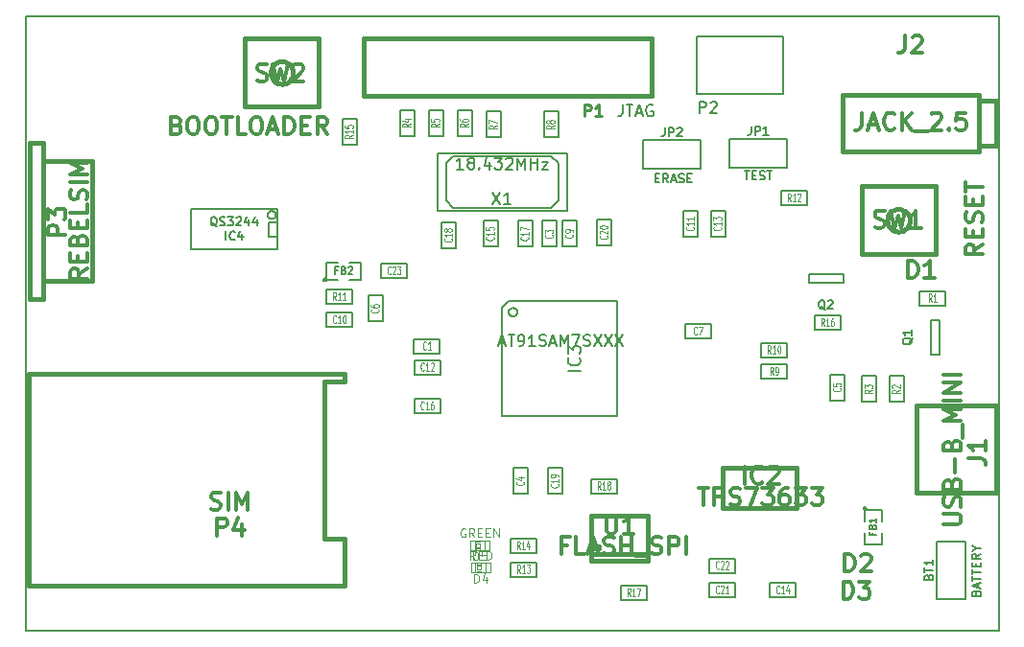
<source format=gto>
G04 (created by PCBNEW-RS274X (2010-00-09 BZR 23xx)-stable) date Di 17 Mai 2011 13:18:14 CEST*
G01*
G70*
G90*
%MOIN*%
G04 Gerber Fmt 3.4, Leading zero omitted, Abs format*
%FSLAX34Y34*%
G04 APERTURE LIST*
%ADD10C,0.006000*%
%ADD11C,0.008000*%
%ADD12C,0.015000*%
%ADD13C,0.002600*%
%ADD14C,0.004000*%
%ADD15C,0.005000*%
%ADD16C,0.006500*%
%ADD17C,0.012000*%
%ADD18C,0.003500*%
%ADD19C,0.010000*%
%ADD20C,0.004500*%
%ADD21C,0.007500*%
G04 APERTURE END LIST*
G54D10*
G54D11*
X14450Y-56300D02*
X14450Y-34950D01*
X48250Y-56300D02*
X14450Y-56300D01*
X48250Y-34950D02*
X48250Y-56300D01*
X15250Y-34950D02*
X48250Y-34950D01*
X14450Y-34950D02*
X15250Y-34950D01*
G54D12*
X15057Y-39963D02*
X16750Y-39963D01*
X16750Y-39963D02*
X16750Y-44137D01*
X16750Y-44137D02*
X15057Y-44137D01*
X14585Y-39333D02*
X15057Y-39333D01*
X14585Y-44767D02*
X15057Y-44767D01*
X14585Y-39333D02*
X14585Y-44767D01*
X15057Y-44767D02*
X15057Y-39333D01*
X47562Y-39437D02*
X48153Y-39437D01*
X48153Y-39437D02*
X48153Y-37863D01*
X48153Y-37863D02*
X47562Y-37863D01*
X47562Y-39634D02*
X42838Y-39634D01*
X42838Y-39634D02*
X42838Y-37666D01*
X42838Y-37666D02*
X47562Y-37666D01*
X47562Y-37666D02*
X47562Y-39634D01*
G54D13*
X30049Y-53514D02*
X30049Y-53160D01*
X30049Y-53160D02*
X29892Y-53160D01*
X29892Y-53514D02*
X29892Y-53160D01*
X30049Y-53514D02*
X29892Y-53514D01*
X30560Y-53514D02*
X30560Y-53160D01*
X30560Y-53160D02*
X30403Y-53160D01*
X30403Y-53514D02*
X30403Y-53160D01*
X30560Y-53514D02*
X30403Y-53514D01*
X30226Y-53514D02*
X30226Y-53455D01*
X30226Y-53455D02*
X30108Y-53455D01*
X30108Y-53514D02*
X30108Y-53455D01*
X30226Y-53514D02*
X30108Y-53514D01*
X30226Y-53219D02*
X30226Y-53160D01*
X30226Y-53160D02*
X30108Y-53160D01*
X30108Y-53219D02*
X30108Y-53160D01*
X30226Y-53219D02*
X30108Y-53219D01*
X30226Y-53396D02*
X30226Y-53278D01*
X30226Y-53278D02*
X30108Y-53278D01*
X30108Y-53396D02*
X30108Y-53278D01*
X30226Y-53396D02*
X30108Y-53396D01*
G54D14*
X30049Y-53494D02*
X30403Y-53494D01*
X30049Y-53180D02*
X30403Y-53180D01*
G54D13*
X30076Y-54292D02*
X30076Y-53938D01*
X30076Y-53938D02*
X29919Y-53938D01*
X29919Y-54292D02*
X29919Y-53938D01*
X30076Y-54292D02*
X29919Y-54292D01*
X30587Y-54292D02*
X30587Y-53938D01*
X30587Y-53938D02*
X30430Y-53938D01*
X30430Y-54292D02*
X30430Y-53938D01*
X30587Y-54292D02*
X30430Y-54292D01*
X30253Y-54292D02*
X30253Y-54233D01*
X30253Y-54233D02*
X30135Y-54233D01*
X30135Y-54292D02*
X30135Y-54233D01*
X30253Y-54292D02*
X30135Y-54292D01*
X30253Y-53997D02*
X30253Y-53938D01*
X30253Y-53938D02*
X30135Y-53938D01*
X30135Y-53997D02*
X30135Y-53938D01*
X30253Y-53997D02*
X30135Y-53997D01*
X30253Y-54174D02*
X30253Y-54056D01*
X30253Y-54056D02*
X30135Y-54056D01*
X30135Y-54174D02*
X30135Y-54056D01*
X30253Y-54174D02*
X30135Y-54174D01*
G54D14*
X30076Y-54272D02*
X30430Y-54272D01*
X30076Y-53958D02*
X30430Y-53958D01*
G54D12*
X36200Y-37700D02*
X26200Y-37700D01*
X36200Y-35700D02*
X26200Y-35700D01*
X26200Y-35700D02*
X26200Y-37700D01*
X36202Y-37700D02*
X36202Y-35700D01*
G54D10*
X35900Y-40250D02*
X35900Y-39250D01*
X35900Y-39250D02*
X37900Y-39250D01*
X37900Y-39250D02*
X37900Y-40250D01*
X37900Y-40250D02*
X35900Y-40250D01*
X38900Y-40200D02*
X38900Y-39200D01*
X38900Y-39200D02*
X40900Y-39200D01*
X40900Y-39200D02*
X40900Y-40200D01*
X40900Y-40200D02*
X38900Y-40200D01*
X46100Y-53200D02*
X47100Y-53200D01*
X47100Y-53200D02*
X47100Y-55200D01*
X47100Y-55200D02*
X46100Y-55200D01*
X46100Y-55200D02*
X46100Y-53200D01*
G54D11*
X40750Y-37650D02*
X37750Y-37650D01*
X37750Y-35650D02*
X40750Y-35650D01*
X40750Y-35650D02*
X40750Y-37650D01*
X37750Y-37650D02*
X37750Y-35650D01*
G54D12*
X23744Y-36900D02*
X23736Y-36976D01*
X23714Y-37050D01*
X23678Y-37118D01*
X23629Y-37177D01*
X23570Y-37226D01*
X23502Y-37263D01*
X23429Y-37285D01*
X23352Y-37293D01*
X23277Y-37287D01*
X23203Y-37265D01*
X23135Y-37229D01*
X23075Y-37181D01*
X23025Y-37122D01*
X22988Y-37055D01*
X22965Y-36981D01*
X22957Y-36905D01*
X22963Y-36829D01*
X22984Y-36755D01*
X23019Y-36687D01*
X23067Y-36627D01*
X23126Y-36577D01*
X23193Y-36539D01*
X23266Y-36516D01*
X23342Y-36507D01*
X23418Y-36512D01*
X23492Y-36533D01*
X23561Y-36568D01*
X23621Y-36615D01*
X23671Y-36673D01*
X23709Y-36740D01*
X23734Y-36813D01*
X23743Y-36889D01*
X23744Y-36900D01*
X22070Y-38081D02*
X24630Y-38081D01*
X24630Y-38081D02*
X24630Y-35719D01*
X24630Y-35719D02*
X22070Y-35719D01*
X22070Y-35719D02*
X22070Y-38081D01*
X45164Y-42033D02*
X45156Y-42109D01*
X45134Y-42183D01*
X45098Y-42251D01*
X45049Y-42310D01*
X44990Y-42359D01*
X44922Y-42396D01*
X44849Y-42418D01*
X44772Y-42426D01*
X44697Y-42420D01*
X44623Y-42398D01*
X44555Y-42362D01*
X44495Y-42314D01*
X44445Y-42255D01*
X44408Y-42188D01*
X44385Y-42114D01*
X44377Y-42038D01*
X44383Y-41962D01*
X44404Y-41888D01*
X44439Y-41820D01*
X44487Y-41760D01*
X44546Y-41710D01*
X44613Y-41672D01*
X44686Y-41649D01*
X44762Y-41640D01*
X44838Y-41645D01*
X44912Y-41666D01*
X44981Y-41701D01*
X45041Y-41748D01*
X45091Y-41806D01*
X45129Y-41873D01*
X45154Y-41946D01*
X45163Y-42022D01*
X45164Y-42033D01*
X43490Y-43214D02*
X46050Y-43214D01*
X46050Y-43214D02*
X46050Y-40852D01*
X46050Y-40852D02*
X43490Y-40852D01*
X43490Y-40852D02*
X43490Y-43214D01*
G54D11*
X32950Y-41350D02*
X32950Y-40050D01*
X32950Y-40050D02*
X32700Y-39800D01*
X32700Y-39800D02*
X29300Y-39800D01*
X29300Y-39800D02*
X29050Y-40050D01*
X29050Y-40050D02*
X29050Y-41350D01*
X29050Y-41350D02*
X29300Y-41600D01*
X29300Y-41600D02*
X32700Y-41600D01*
X32700Y-41600D02*
X32950Y-41350D01*
X28750Y-41700D02*
X28750Y-39700D01*
X28750Y-39700D02*
X33250Y-39700D01*
X33250Y-39700D02*
X33250Y-41700D01*
X33250Y-41700D02*
X28750Y-41700D01*
G54D12*
X25541Y-53097D02*
X24824Y-53097D01*
X24824Y-53097D02*
X24824Y-47637D01*
X24824Y-47637D02*
X25541Y-47637D01*
X25541Y-47637D02*
X25541Y-47369D01*
X25541Y-47369D02*
X14576Y-47369D01*
X14576Y-47369D02*
X14576Y-51215D01*
X14576Y-51215D02*
X14576Y-54731D01*
X14576Y-54731D02*
X25541Y-54731D01*
X25541Y-54731D02*
X25541Y-53097D01*
G54D15*
X34982Y-51535D02*
X34082Y-51535D01*
X34082Y-51535D02*
X34082Y-51035D01*
X34082Y-51035D02*
X34982Y-51035D01*
X34982Y-51035D02*
X34982Y-51535D01*
X35121Y-54744D02*
X36021Y-54744D01*
X36021Y-54744D02*
X36021Y-55244D01*
X36021Y-55244D02*
X35121Y-55244D01*
X35121Y-55244D02*
X35121Y-54744D01*
X41850Y-45350D02*
X42750Y-45350D01*
X42750Y-45350D02*
X42750Y-45850D01*
X42750Y-45850D02*
X41850Y-45850D01*
X41850Y-45850D02*
X41850Y-45350D01*
X25450Y-39400D02*
X25450Y-38500D01*
X25450Y-38500D02*
X25950Y-38500D01*
X25950Y-38500D02*
X25950Y-39400D01*
X25950Y-39400D02*
X25450Y-39400D01*
X32186Y-53613D02*
X31286Y-53613D01*
X31286Y-53613D02*
X31286Y-53113D01*
X31286Y-53113D02*
X32186Y-53113D01*
X32186Y-53113D02*
X32186Y-53613D01*
X32200Y-54431D02*
X31300Y-54431D01*
X31300Y-54431D02*
X31300Y-53931D01*
X31300Y-53931D02*
X32200Y-53931D01*
X32200Y-53931D02*
X32200Y-54431D01*
X40692Y-41017D02*
X41592Y-41017D01*
X41592Y-41017D02*
X41592Y-41517D01*
X41592Y-41517D02*
X40692Y-41517D01*
X40692Y-41517D02*
X40692Y-41017D01*
X24900Y-44450D02*
X25800Y-44450D01*
X25800Y-44450D02*
X25800Y-44950D01*
X25800Y-44950D02*
X24900Y-44950D01*
X24900Y-44950D02*
X24900Y-44450D01*
X40000Y-46300D02*
X40900Y-46300D01*
X40900Y-46300D02*
X40900Y-46800D01*
X40900Y-46800D02*
X40000Y-46800D01*
X40000Y-46800D02*
X40000Y-46300D01*
X40000Y-47050D02*
X40900Y-47050D01*
X40900Y-47050D02*
X40900Y-47550D01*
X40900Y-47550D02*
X40000Y-47550D01*
X40000Y-47550D02*
X40000Y-47050D01*
X32950Y-38250D02*
X32950Y-39150D01*
X32950Y-39150D02*
X32450Y-39150D01*
X32450Y-39150D02*
X32450Y-38250D01*
X32450Y-38250D02*
X32950Y-38250D01*
X30950Y-38250D02*
X30950Y-39150D01*
X30950Y-39150D02*
X30450Y-39150D01*
X30450Y-39150D02*
X30450Y-38250D01*
X30450Y-38250D02*
X30950Y-38250D01*
X29950Y-38200D02*
X29950Y-39100D01*
X29950Y-39100D02*
X29450Y-39100D01*
X29450Y-39100D02*
X29450Y-38200D01*
X29450Y-38200D02*
X29950Y-38200D01*
X28950Y-38200D02*
X28950Y-39100D01*
X28950Y-39100D02*
X28450Y-39100D01*
X28450Y-39100D02*
X28450Y-38200D01*
X28450Y-38200D02*
X28950Y-38200D01*
X27950Y-38200D02*
X27950Y-39100D01*
X27950Y-39100D02*
X27450Y-39100D01*
X27450Y-39100D02*
X27450Y-38200D01*
X27450Y-38200D02*
X27950Y-38200D01*
X43500Y-48350D02*
X43500Y-47450D01*
X43500Y-47450D02*
X44000Y-47450D01*
X44000Y-47450D02*
X44000Y-48350D01*
X44000Y-48350D02*
X43500Y-48350D01*
X44450Y-48350D02*
X44450Y-47450D01*
X44450Y-47450D02*
X44950Y-47450D01*
X44950Y-47450D02*
X44950Y-48350D01*
X44950Y-48350D02*
X44450Y-48350D01*
X46400Y-45000D02*
X45500Y-45000D01*
X45500Y-45000D02*
X45500Y-44500D01*
X45500Y-44500D02*
X46400Y-44500D01*
X46400Y-44500D02*
X46400Y-45000D01*
X26800Y-43550D02*
X27700Y-43550D01*
X27700Y-43550D02*
X27700Y-44050D01*
X27700Y-44050D02*
X26800Y-44050D01*
X26800Y-44050D02*
X26800Y-43550D01*
X38200Y-53800D02*
X39100Y-53800D01*
X39100Y-53800D02*
X39100Y-54300D01*
X39100Y-54300D02*
X38200Y-54300D01*
X38200Y-54300D02*
X38200Y-53800D01*
X39100Y-55150D02*
X38200Y-55150D01*
X38200Y-55150D02*
X38200Y-54650D01*
X38200Y-54650D02*
X39100Y-54650D01*
X39100Y-54650D02*
X39100Y-55150D01*
X34300Y-42900D02*
X34300Y-42000D01*
X34300Y-42000D02*
X34800Y-42000D01*
X34800Y-42000D02*
X34800Y-42900D01*
X34800Y-42900D02*
X34300Y-42900D01*
X33100Y-50650D02*
X33100Y-51550D01*
X33100Y-51550D02*
X32600Y-51550D01*
X32600Y-51550D02*
X32600Y-50650D01*
X32600Y-50650D02*
X33100Y-50650D01*
X29400Y-42100D02*
X29400Y-43000D01*
X29400Y-43000D02*
X28900Y-43000D01*
X28900Y-43000D02*
X28900Y-42100D01*
X28900Y-42100D02*
X29400Y-42100D01*
X31550Y-42950D02*
X31550Y-42050D01*
X31550Y-42050D02*
X32050Y-42050D01*
X32050Y-42050D02*
X32050Y-42950D01*
X32050Y-42950D02*
X31550Y-42950D01*
X28850Y-48750D02*
X27950Y-48750D01*
X27950Y-48750D02*
X27950Y-48250D01*
X27950Y-48250D02*
X28850Y-48250D01*
X28850Y-48250D02*
X28850Y-48750D01*
X30350Y-42950D02*
X30350Y-42050D01*
X30350Y-42050D02*
X30850Y-42050D01*
X30850Y-42050D02*
X30850Y-42950D01*
X30850Y-42950D02*
X30350Y-42950D01*
X41200Y-55150D02*
X40300Y-55150D01*
X40300Y-55150D02*
X40300Y-54650D01*
X40300Y-54650D02*
X41200Y-54650D01*
X41200Y-54650D02*
X41200Y-55150D01*
X38250Y-42600D02*
X38250Y-41700D01*
X38250Y-41700D02*
X38750Y-41700D01*
X38750Y-41700D02*
X38750Y-42600D01*
X38750Y-42600D02*
X38250Y-42600D01*
X28850Y-47400D02*
X27950Y-47400D01*
X27950Y-47400D02*
X27950Y-46900D01*
X27950Y-46900D02*
X28850Y-46900D01*
X28850Y-46900D02*
X28850Y-47400D01*
X37300Y-42600D02*
X37300Y-41700D01*
X37300Y-41700D02*
X37800Y-41700D01*
X37800Y-41700D02*
X37800Y-42600D01*
X37800Y-42600D02*
X37300Y-42600D01*
X25800Y-45750D02*
X24900Y-45750D01*
X24900Y-45750D02*
X24900Y-45250D01*
X24900Y-45250D02*
X25800Y-45250D01*
X25800Y-45250D02*
X25800Y-45750D01*
X33100Y-42950D02*
X33100Y-42050D01*
X33100Y-42050D02*
X33600Y-42050D01*
X33600Y-42050D02*
X33600Y-42950D01*
X33600Y-42950D02*
X33100Y-42950D01*
X37350Y-45650D02*
X38250Y-45650D01*
X38250Y-45650D02*
X38250Y-46150D01*
X38250Y-46150D02*
X37350Y-46150D01*
X37350Y-46150D02*
X37350Y-45650D01*
X26350Y-45550D02*
X26350Y-44650D01*
X26350Y-44650D02*
X26850Y-44650D01*
X26850Y-44650D02*
X26850Y-45550D01*
X26850Y-45550D02*
X26350Y-45550D01*
X42400Y-48300D02*
X42400Y-47400D01*
X42400Y-47400D02*
X42900Y-47400D01*
X42900Y-47400D02*
X42900Y-48300D01*
X42900Y-48300D02*
X42400Y-48300D01*
X31900Y-50650D02*
X31900Y-51550D01*
X31900Y-51550D02*
X31400Y-51550D01*
X31400Y-51550D02*
X31400Y-50650D01*
X31400Y-50650D02*
X31900Y-50650D01*
X32397Y-42954D02*
X32397Y-42054D01*
X32397Y-42054D02*
X32897Y-42054D01*
X32897Y-42054D02*
X32897Y-42954D01*
X32897Y-42954D02*
X32397Y-42954D01*
X28840Y-46673D02*
X27940Y-46673D01*
X27940Y-46673D02*
X27940Y-46173D01*
X27940Y-46173D02*
X28840Y-46173D01*
X28840Y-46173D02*
X28840Y-46673D01*
X24900Y-44100D02*
X24899Y-44109D01*
X24896Y-44119D01*
X24891Y-44127D01*
X24885Y-44135D01*
X24877Y-44141D01*
X24869Y-44146D01*
X24860Y-44148D01*
X24850Y-44149D01*
X24841Y-44149D01*
X24832Y-44146D01*
X24823Y-44141D01*
X24816Y-44135D01*
X24809Y-44128D01*
X24805Y-44119D01*
X24802Y-44110D01*
X24801Y-44100D01*
X24801Y-44091D01*
X24804Y-44082D01*
X24808Y-44073D01*
X24815Y-44066D01*
X24822Y-44059D01*
X24830Y-44055D01*
X24840Y-44052D01*
X24849Y-44051D01*
X24858Y-44051D01*
X24868Y-44054D01*
X24876Y-44058D01*
X24884Y-44064D01*
X24890Y-44072D01*
X24895Y-44080D01*
X24898Y-44089D01*
X24899Y-44099D01*
X24900Y-44100D01*
X25300Y-44100D02*
X24900Y-44100D01*
X24900Y-44100D02*
X24900Y-43500D01*
X24900Y-43500D02*
X25300Y-43500D01*
X25700Y-43500D02*
X26100Y-43500D01*
X26100Y-43500D02*
X26100Y-44100D01*
X26100Y-44100D02*
X25700Y-44100D01*
X43650Y-52050D02*
X43649Y-52059D01*
X43646Y-52069D01*
X43641Y-52077D01*
X43635Y-52085D01*
X43627Y-52091D01*
X43619Y-52096D01*
X43610Y-52098D01*
X43600Y-52099D01*
X43591Y-52099D01*
X43582Y-52096D01*
X43573Y-52091D01*
X43566Y-52085D01*
X43559Y-52078D01*
X43555Y-52069D01*
X43552Y-52060D01*
X43551Y-52050D01*
X43551Y-52041D01*
X43554Y-52032D01*
X43558Y-52023D01*
X43565Y-52016D01*
X43572Y-52009D01*
X43580Y-52005D01*
X43590Y-52002D01*
X43599Y-52001D01*
X43608Y-52001D01*
X43618Y-52004D01*
X43626Y-52008D01*
X43634Y-52014D01*
X43640Y-52022D01*
X43645Y-52030D01*
X43648Y-52039D01*
X43649Y-52049D01*
X43650Y-52050D01*
X43600Y-52500D02*
X43600Y-52100D01*
X43600Y-52100D02*
X44200Y-52100D01*
X44200Y-52100D02*
X44200Y-52500D01*
X44200Y-52900D02*
X44200Y-53300D01*
X44200Y-53300D02*
X43600Y-53300D01*
X43600Y-53300D02*
X43600Y-52900D01*
G54D12*
X34373Y-53415D02*
X34372Y-53422D01*
X34370Y-53429D01*
X34366Y-53436D01*
X34361Y-53442D01*
X34355Y-53447D01*
X34349Y-53450D01*
X34341Y-53453D01*
X34334Y-53453D01*
X34327Y-53453D01*
X34320Y-53451D01*
X34313Y-53447D01*
X34307Y-53442D01*
X34302Y-53437D01*
X34299Y-53430D01*
X34296Y-53423D01*
X34296Y-53415D01*
X34296Y-53408D01*
X34298Y-53401D01*
X34302Y-53394D01*
X34306Y-53388D01*
X34312Y-53383D01*
X34319Y-53380D01*
X34326Y-53377D01*
X34334Y-53377D01*
X34340Y-53377D01*
X34348Y-53379D01*
X34354Y-53383D01*
X34360Y-53387D01*
X34365Y-53393D01*
X34369Y-53400D01*
X34372Y-53407D01*
X34372Y-53414D01*
X34373Y-53415D01*
X34098Y-53651D02*
X36066Y-53651D01*
X34098Y-53887D02*
X34098Y-52313D01*
X34098Y-52313D02*
X36066Y-52313D01*
X36066Y-52313D02*
X36066Y-53887D01*
X36066Y-53887D02*
X34098Y-53887D01*
X38661Y-50651D02*
X41239Y-50651D01*
X41239Y-50651D02*
X41239Y-52049D01*
X41239Y-52049D02*
X38661Y-52049D01*
X38661Y-52049D02*
X38661Y-50651D01*
G54D15*
X42850Y-44200D02*
X41650Y-44200D01*
X41650Y-44200D02*
X41650Y-43900D01*
X41650Y-43900D02*
X42850Y-43900D01*
X42850Y-43900D02*
X42850Y-44200D01*
G54D16*
X20200Y-43050D02*
X23200Y-43050D01*
X23200Y-41650D02*
X20200Y-41650D01*
X20200Y-43050D02*
X20200Y-41650D01*
G54D10*
X23200Y-41650D02*
X23200Y-43050D01*
G54D15*
X23141Y-41850D02*
X23138Y-41877D01*
X23130Y-41903D01*
X23117Y-41928D01*
X23100Y-41949D01*
X23078Y-41966D01*
X23054Y-41979D01*
X23028Y-41988D01*
X23000Y-41990D01*
X22974Y-41988D01*
X22948Y-41980D01*
X22923Y-41967D01*
X22902Y-41950D01*
X22884Y-41929D01*
X22871Y-41905D01*
X22863Y-41879D01*
X22860Y-41851D01*
X22862Y-41825D01*
X22869Y-41799D01*
X22882Y-41774D01*
X22899Y-41753D01*
X22920Y-41735D01*
X22944Y-41721D01*
X22970Y-41713D01*
X22998Y-41710D01*
X23024Y-41712D01*
X23050Y-41719D01*
X23075Y-41731D01*
X23097Y-41748D01*
X23115Y-41769D01*
X23128Y-41793D01*
X23137Y-41819D01*
X23140Y-41847D01*
X23141Y-41850D01*
X23200Y-42600D02*
X22900Y-42600D01*
X22900Y-42600D02*
X22900Y-42100D01*
X22900Y-42100D02*
X23200Y-42100D01*
G54D11*
X31532Y-45232D02*
X31529Y-45261D01*
X31520Y-45289D01*
X31506Y-45315D01*
X31488Y-45337D01*
X31465Y-45356D01*
X31440Y-45370D01*
X31412Y-45378D01*
X31383Y-45381D01*
X31354Y-45379D01*
X31326Y-45371D01*
X31300Y-45357D01*
X31278Y-45339D01*
X31259Y-45316D01*
X31245Y-45291D01*
X31236Y-45263D01*
X31233Y-45234D01*
X31235Y-45205D01*
X31243Y-45177D01*
X31256Y-45151D01*
X31275Y-45128D01*
X31297Y-45109D01*
X31322Y-45095D01*
X31350Y-45086D01*
X31379Y-45083D01*
X31408Y-45085D01*
X31436Y-45093D01*
X31462Y-45106D01*
X31485Y-45124D01*
X31504Y-45146D01*
X31519Y-45171D01*
X31528Y-45199D01*
X31531Y-45228D01*
X31532Y-45232D01*
X34982Y-48832D02*
X34982Y-44832D01*
X34982Y-44832D02*
X31232Y-44832D01*
X31232Y-44832D02*
X30982Y-45082D01*
X30982Y-45082D02*
X30982Y-48832D01*
X30982Y-48832D02*
X34982Y-48832D01*
G54D12*
X45394Y-51516D02*
X48150Y-51516D01*
X48150Y-51516D02*
X48150Y-48484D01*
X48150Y-48484D02*
X45394Y-48484D01*
X45394Y-48484D02*
X45394Y-51516D01*
G54D15*
X45900Y-46700D02*
X45900Y-45500D01*
X45900Y-45500D02*
X46200Y-45500D01*
X46200Y-45500D02*
X46200Y-46700D01*
X46200Y-46700D02*
X45900Y-46700D01*
G54D17*
X15843Y-42542D02*
X15243Y-42542D01*
X15243Y-42314D01*
X15271Y-42256D01*
X15300Y-42228D01*
X15357Y-42199D01*
X15443Y-42199D01*
X15500Y-42228D01*
X15529Y-42256D01*
X15557Y-42314D01*
X15557Y-42542D01*
X15243Y-41999D02*
X15243Y-41628D01*
X15471Y-41828D01*
X15471Y-41742D01*
X15500Y-41685D01*
X15529Y-41656D01*
X15586Y-41628D01*
X15729Y-41628D01*
X15786Y-41656D01*
X15814Y-41685D01*
X15843Y-41742D01*
X15843Y-41914D01*
X15814Y-41971D01*
X15786Y-41999D01*
X16593Y-43721D02*
X16307Y-43921D01*
X16593Y-44064D02*
X15993Y-44064D01*
X15993Y-43836D01*
X16021Y-43778D01*
X16050Y-43750D01*
X16107Y-43721D01*
X16193Y-43721D01*
X16250Y-43750D01*
X16279Y-43778D01*
X16307Y-43836D01*
X16307Y-44064D01*
X16279Y-43464D02*
X16279Y-43264D01*
X16593Y-43178D02*
X16593Y-43464D01*
X15993Y-43464D01*
X15993Y-43178D01*
X16279Y-42721D02*
X16307Y-42635D01*
X16336Y-42607D01*
X16393Y-42578D01*
X16479Y-42578D01*
X16536Y-42607D01*
X16564Y-42635D01*
X16593Y-42693D01*
X16593Y-42921D01*
X15993Y-42921D01*
X15993Y-42721D01*
X16021Y-42664D01*
X16050Y-42635D01*
X16107Y-42607D01*
X16164Y-42607D01*
X16221Y-42635D01*
X16250Y-42664D01*
X16279Y-42721D01*
X16279Y-42921D01*
X16279Y-42321D02*
X16279Y-42121D01*
X16593Y-42035D02*
X16593Y-42321D01*
X15993Y-42321D01*
X15993Y-42035D01*
X16593Y-41492D02*
X16593Y-41778D01*
X15993Y-41778D01*
X16564Y-41321D02*
X16593Y-41235D01*
X16593Y-41092D01*
X16564Y-41035D01*
X16536Y-41006D01*
X16479Y-40978D01*
X16421Y-40978D01*
X16364Y-41006D01*
X16336Y-41035D01*
X16307Y-41092D01*
X16279Y-41206D01*
X16250Y-41264D01*
X16221Y-41292D01*
X16164Y-41321D01*
X16107Y-41321D01*
X16050Y-41292D01*
X16021Y-41264D01*
X15993Y-41206D01*
X15993Y-41064D01*
X16021Y-40978D01*
X16593Y-40721D02*
X15993Y-40721D01*
X16593Y-40435D02*
X15993Y-40435D01*
X16421Y-40235D01*
X15993Y-40035D01*
X16593Y-40035D01*
X45000Y-35616D02*
X45000Y-36044D01*
X44972Y-36130D01*
X44915Y-36187D01*
X44829Y-36216D01*
X44772Y-36216D01*
X45257Y-35673D02*
X45286Y-35644D01*
X45343Y-35616D01*
X45486Y-35616D01*
X45543Y-35644D01*
X45572Y-35673D01*
X45600Y-35730D01*
X45600Y-35787D01*
X45572Y-35873D01*
X45229Y-36216D01*
X45600Y-36216D01*
X43486Y-38293D02*
X43486Y-38721D01*
X43458Y-38807D01*
X43401Y-38864D01*
X43315Y-38893D01*
X43258Y-38893D01*
X43743Y-38721D02*
X44029Y-38721D01*
X43686Y-38893D02*
X43886Y-38293D01*
X44086Y-38893D01*
X44629Y-38836D02*
X44600Y-38864D01*
X44514Y-38893D01*
X44457Y-38893D01*
X44372Y-38864D01*
X44314Y-38807D01*
X44286Y-38750D01*
X44257Y-38636D01*
X44257Y-38550D01*
X44286Y-38436D01*
X44314Y-38379D01*
X44372Y-38321D01*
X44457Y-38293D01*
X44514Y-38293D01*
X44600Y-38321D01*
X44629Y-38350D01*
X44886Y-38893D02*
X44886Y-38293D01*
X45229Y-38893D02*
X44972Y-38550D01*
X45229Y-38293D02*
X44886Y-38636D01*
X45343Y-38950D02*
X45800Y-38950D01*
X45914Y-38350D02*
X45943Y-38321D01*
X46000Y-38293D01*
X46143Y-38293D01*
X46200Y-38321D01*
X46229Y-38350D01*
X46257Y-38407D01*
X46257Y-38464D01*
X46229Y-38550D01*
X45886Y-38893D01*
X46257Y-38893D01*
X46514Y-38836D02*
X46542Y-38864D01*
X46514Y-38893D01*
X46485Y-38864D01*
X46514Y-38836D01*
X46514Y-38893D01*
X47086Y-38293D02*
X46800Y-38293D01*
X46771Y-38579D01*
X46800Y-38550D01*
X46857Y-38521D01*
X47000Y-38521D01*
X47057Y-38550D01*
X47086Y-38579D01*
X47114Y-38636D01*
X47114Y-38779D01*
X47086Y-38836D01*
X47057Y-38864D01*
X47000Y-38893D01*
X46857Y-38893D01*
X46800Y-38864D01*
X46771Y-38836D01*
G54D18*
X30004Y-53858D02*
X30004Y-53558D01*
X30076Y-53558D01*
X30119Y-53573D01*
X30147Y-53601D01*
X30162Y-53630D01*
X30176Y-53687D01*
X30176Y-53730D01*
X30162Y-53787D01*
X30147Y-53816D01*
X30119Y-53844D01*
X30076Y-53858D01*
X30004Y-53858D01*
X30447Y-53558D02*
X30304Y-53558D01*
X30290Y-53701D01*
X30304Y-53687D01*
X30333Y-53673D01*
X30404Y-53673D01*
X30433Y-53687D01*
X30447Y-53701D01*
X30462Y-53730D01*
X30462Y-53801D01*
X30447Y-53830D01*
X30433Y-53844D01*
X30404Y-53858D01*
X30333Y-53858D01*
X30304Y-53844D01*
X30290Y-53830D01*
X29727Y-52773D02*
X29698Y-52758D01*
X29655Y-52758D01*
X29612Y-52773D01*
X29584Y-52801D01*
X29569Y-52830D01*
X29555Y-52887D01*
X29555Y-52930D01*
X29569Y-52987D01*
X29584Y-53016D01*
X29612Y-53044D01*
X29655Y-53058D01*
X29684Y-53058D01*
X29727Y-53044D01*
X29741Y-53030D01*
X29741Y-52930D01*
X29684Y-52930D01*
X30041Y-53058D02*
X29941Y-52916D01*
X29869Y-53058D02*
X29869Y-52758D01*
X29984Y-52758D01*
X30012Y-52773D01*
X30027Y-52787D01*
X30041Y-52816D01*
X30041Y-52858D01*
X30027Y-52887D01*
X30012Y-52901D01*
X29984Y-52916D01*
X29869Y-52916D01*
X30169Y-52901D02*
X30269Y-52901D01*
X30312Y-53058D02*
X30169Y-53058D01*
X30169Y-52758D01*
X30312Y-52758D01*
X30440Y-52901D02*
X30540Y-52901D01*
X30583Y-53058D02*
X30440Y-53058D01*
X30440Y-52758D01*
X30583Y-52758D01*
X30711Y-53058D02*
X30711Y-52758D01*
X30883Y-53058D01*
X30883Y-52758D01*
X30031Y-54636D02*
X30031Y-54336D01*
X30103Y-54336D01*
X30146Y-54351D01*
X30174Y-54379D01*
X30189Y-54408D01*
X30203Y-54465D01*
X30203Y-54508D01*
X30189Y-54565D01*
X30174Y-54594D01*
X30146Y-54622D01*
X30103Y-54636D01*
X30031Y-54636D01*
X30460Y-54436D02*
X30460Y-54636D01*
X30389Y-54322D02*
X30317Y-54536D01*
X30503Y-54536D01*
X30061Y-53836D02*
X29961Y-53694D01*
X29889Y-53836D02*
X29889Y-53536D01*
X30004Y-53536D01*
X30032Y-53551D01*
X30047Y-53565D01*
X30061Y-53594D01*
X30061Y-53636D01*
X30047Y-53665D01*
X30032Y-53679D01*
X30004Y-53694D01*
X29889Y-53694D01*
X30189Y-53679D02*
X30289Y-53679D01*
X30332Y-53836D02*
X30189Y-53836D01*
X30189Y-53536D01*
X30332Y-53536D01*
X30460Y-53836D02*
X30460Y-53536D01*
X30532Y-53536D01*
X30575Y-53551D01*
X30603Y-53579D01*
X30618Y-53608D01*
X30632Y-53665D01*
X30632Y-53708D01*
X30618Y-53765D01*
X30603Y-53794D01*
X30575Y-53822D01*
X30532Y-53836D01*
X30460Y-53836D01*
G54D19*
X33855Y-38412D02*
X33855Y-38012D01*
X34008Y-38012D01*
X34046Y-38031D01*
X34065Y-38050D01*
X34084Y-38088D01*
X34084Y-38145D01*
X34065Y-38183D01*
X34046Y-38202D01*
X34008Y-38221D01*
X33855Y-38221D01*
X34465Y-38412D02*
X34236Y-38412D01*
X34350Y-38412D02*
X34350Y-38012D01*
X34312Y-38069D01*
X34274Y-38107D01*
X34236Y-38126D01*
G54D11*
X35184Y-38012D02*
X35184Y-38298D01*
X35164Y-38355D01*
X35126Y-38393D01*
X35069Y-38412D01*
X35031Y-38412D01*
X35317Y-38012D02*
X35546Y-38012D01*
X35431Y-38412D02*
X35431Y-38012D01*
X35660Y-38298D02*
X35851Y-38298D01*
X35622Y-38412D02*
X35755Y-38012D01*
X35889Y-38412D01*
X36232Y-38031D02*
X36194Y-38012D01*
X36137Y-38012D01*
X36079Y-38031D01*
X36041Y-38069D01*
X36022Y-38107D01*
X36003Y-38183D01*
X36003Y-38240D01*
X36022Y-38317D01*
X36041Y-38355D01*
X36079Y-38393D01*
X36137Y-38412D01*
X36175Y-38412D01*
X36232Y-38393D01*
X36251Y-38374D01*
X36251Y-38240D01*
X36175Y-38240D01*
G54D10*
X36650Y-38821D02*
X36650Y-39036D01*
X36636Y-39079D01*
X36607Y-39107D01*
X36564Y-39121D01*
X36536Y-39121D01*
X36793Y-39121D02*
X36793Y-38821D01*
X36908Y-38821D01*
X36936Y-38836D01*
X36951Y-38850D01*
X36965Y-38879D01*
X36965Y-38921D01*
X36951Y-38950D01*
X36936Y-38964D01*
X36908Y-38979D01*
X36793Y-38979D01*
X37079Y-38850D02*
X37093Y-38836D01*
X37122Y-38821D01*
X37193Y-38821D01*
X37222Y-38836D01*
X37236Y-38850D01*
X37251Y-38879D01*
X37251Y-38907D01*
X37236Y-38950D01*
X37065Y-39121D01*
X37251Y-39121D01*
X36329Y-40564D02*
X36429Y-40564D01*
X36472Y-40721D02*
X36329Y-40721D01*
X36329Y-40421D01*
X36472Y-40421D01*
X36772Y-40721D02*
X36672Y-40579D01*
X36600Y-40721D02*
X36600Y-40421D01*
X36715Y-40421D01*
X36743Y-40436D01*
X36758Y-40450D01*
X36772Y-40479D01*
X36772Y-40521D01*
X36758Y-40550D01*
X36743Y-40564D01*
X36715Y-40579D01*
X36600Y-40579D01*
X36886Y-40636D02*
X37029Y-40636D01*
X36858Y-40721D02*
X36958Y-40421D01*
X37058Y-40721D01*
X37143Y-40707D02*
X37186Y-40721D01*
X37257Y-40721D01*
X37286Y-40707D01*
X37300Y-40693D01*
X37315Y-40664D01*
X37315Y-40636D01*
X37300Y-40607D01*
X37286Y-40593D01*
X37257Y-40579D01*
X37200Y-40564D01*
X37172Y-40550D01*
X37157Y-40536D01*
X37143Y-40507D01*
X37143Y-40479D01*
X37157Y-40450D01*
X37172Y-40436D01*
X37200Y-40421D01*
X37272Y-40421D01*
X37315Y-40436D01*
X37443Y-40564D02*
X37543Y-40564D01*
X37586Y-40721D02*
X37443Y-40721D01*
X37443Y-40421D01*
X37586Y-40421D01*
X39650Y-38771D02*
X39650Y-38986D01*
X39636Y-39029D01*
X39607Y-39057D01*
X39564Y-39071D01*
X39536Y-39071D01*
X39793Y-39071D02*
X39793Y-38771D01*
X39908Y-38771D01*
X39936Y-38786D01*
X39951Y-38800D01*
X39965Y-38829D01*
X39965Y-38871D01*
X39951Y-38900D01*
X39936Y-38914D01*
X39908Y-38929D01*
X39793Y-38929D01*
X40251Y-39071D02*
X40079Y-39071D01*
X40165Y-39071D02*
X40165Y-38771D01*
X40136Y-38814D01*
X40108Y-38843D01*
X40079Y-38857D01*
X39422Y-40321D02*
X39593Y-40321D01*
X39507Y-40621D02*
X39507Y-40321D01*
X39693Y-40464D02*
X39793Y-40464D01*
X39836Y-40621D02*
X39693Y-40621D01*
X39693Y-40321D01*
X39836Y-40321D01*
X39950Y-40607D02*
X39993Y-40621D01*
X40064Y-40621D01*
X40093Y-40607D01*
X40107Y-40593D01*
X40122Y-40564D01*
X40122Y-40536D01*
X40107Y-40507D01*
X40093Y-40493D01*
X40064Y-40479D01*
X40007Y-40464D01*
X39979Y-40450D01*
X39964Y-40436D01*
X39950Y-40407D01*
X39950Y-40379D01*
X39964Y-40350D01*
X39979Y-40336D01*
X40007Y-40321D01*
X40079Y-40321D01*
X40122Y-40336D01*
X40208Y-40321D02*
X40379Y-40321D01*
X40293Y-40621D02*
X40293Y-40321D01*
X45814Y-54436D02*
X45829Y-54393D01*
X45843Y-54378D01*
X45871Y-54364D01*
X45914Y-54364D01*
X45943Y-54378D01*
X45957Y-54393D01*
X45971Y-54421D01*
X45971Y-54536D01*
X45671Y-54536D01*
X45671Y-54436D01*
X45686Y-54407D01*
X45700Y-54393D01*
X45729Y-54378D01*
X45757Y-54378D01*
X45786Y-54393D01*
X45800Y-54407D01*
X45814Y-54436D01*
X45814Y-54536D01*
X45671Y-54278D02*
X45671Y-54107D01*
X45971Y-54193D02*
X45671Y-54193D01*
X45971Y-53849D02*
X45971Y-54021D01*
X45971Y-53935D02*
X45671Y-53935D01*
X45714Y-53964D01*
X45743Y-53992D01*
X45757Y-54021D01*
X47464Y-55000D02*
X47479Y-54957D01*
X47493Y-54942D01*
X47521Y-54928D01*
X47564Y-54928D01*
X47593Y-54942D01*
X47607Y-54957D01*
X47621Y-54985D01*
X47621Y-55100D01*
X47321Y-55100D01*
X47321Y-55000D01*
X47336Y-54971D01*
X47350Y-54957D01*
X47379Y-54942D01*
X47407Y-54942D01*
X47436Y-54957D01*
X47450Y-54971D01*
X47464Y-55000D01*
X47464Y-55100D01*
X47536Y-54814D02*
X47536Y-54671D01*
X47621Y-54842D02*
X47321Y-54742D01*
X47621Y-54642D01*
X47321Y-54585D02*
X47321Y-54414D01*
X47621Y-54500D02*
X47321Y-54500D01*
X47321Y-54356D02*
X47321Y-54185D01*
X47621Y-54271D02*
X47321Y-54271D01*
X47464Y-54085D02*
X47464Y-53985D01*
X47621Y-53942D02*
X47621Y-54085D01*
X47321Y-54085D01*
X47321Y-53942D01*
X47621Y-53642D02*
X47479Y-53742D01*
X47621Y-53814D02*
X47321Y-53814D01*
X47321Y-53699D01*
X47336Y-53671D01*
X47350Y-53656D01*
X47379Y-53642D01*
X47421Y-53642D01*
X47450Y-53656D01*
X47464Y-53671D01*
X47479Y-53699D01*
X47479Y-53814D01*
X47479Y-53456D02*
X47621Y-53456D01*
X47321Y-53556D02*
X47479Y-53456D01*
X47321Y-53356D01*
G54D11*
X37855Y-38312D02*
X37855Y-37912D01*
X38008Y-37912D01*
X38046Y-37931D01*
X38065Y-37950D01*
X38084Y-37988D01*
X38084Y-38045D01*
X38065Y-38083D01*
X38046Y-38102D01*
X38008Y-38121D01*
X37855Y-38121D01*
X38236Y-37950D02*
X38255Y-37931D01*
X38293Y-37912D01*
X38389Y-37912D01*
X38427Y-37931D01*
X38446Y-37950D01*
X38465Y-37988D01*
X38465Y-38026D01*
X38446Y-38083D01*
X38217Y-38312D01*
X38465Y-38312D01*
G54D17*
X22500Y-37164D02*
X22586Y-37193D01*
X22729Y-37193D01*
X22786Y-37164D01*
X22815Y-37136D01*
X22843Y-37079D01*
X22843Y-37021D01*
X22815Y-36964D01*
X22786Y-36936D01*
X22729Y-36907D01*
X22615Y-36879D01*
X22557Y-36850D01*
X22529Y-36821D01*
X22500Y-36764D01*
X22500Y-36707D01*
X22529Y-36650D01*
X22557Y-36621D01*
X22615Y-36593D01*
X22757Y-36593D01*
X22843Y-36621D01*
X23043Y-36593D02*
X23186Y-37193D01*
X23300Y-36764D01*
X23414Y-37193D01*
X23557Y-36593D01*
X23757Y-36650D02*
X23786Y-36621D01*
X23843Y-36593D01*
X23986Y-36593D01*
X24043Y-36621D01*
X24072Y-36650D01*
X24100Y-36707D01*
X24100Y-36764D01*
X24072Y-36850D01*
X23729Y-37193D01*
X24100Y-37193D01*
X19700Y-38729D02*
X19786Y-38757D01*
X19814Y-38786D01*
X19843Y-38843D01*
X19843Y-38929D01*
X19814Y-38986D01*
X19786Y-39014D01*
X19728Y-39043D01*
X19500Y-39043D01*
X19500Y-38443D01*
X19700Y-38443D01*
X19757Y-38471D01*
X19786Y-38500D01*
X19814Y-38557D01*
X19814Y-38614D01*
X19786Y-38671D01*
X19757Y-38700D01*
X19700Y-38729D01*
X19500Y-38729D01*
X20214Y-38443D02*
X20328Y-38443D01*
X20386Y-38471D01*
X20443Y-38529D01*
X20471Y-38643D01*
X20471Y-38843D01*
X20443Y-38957D01*
X20386Y-39014D01*
X20328Y-39043D01*
X20214Y-39043D01*
X20157Y-39014D01*
X20100Y-38957D01*
X20071Y-38843D01*
X20071Y-38643D01*
X20100Y-38529D01*
X20157Y-38471D01*
X20214Y-38443D01*
X20843Y-38443D02*
X20957Y-38443D01*
X21015Y-38471D01*
X21072Y-38529D01*
X21100Y-38643D01*
X21100Y-38843D01*
X21072Y-38957D01*
X21015Y-39014D01*
X20957Y-39043D01*
X20843Y-39043D01*
X20786Y-39014D01*
X20729Y-38957D01*
X20700Y-38843D01*
X20700Y-38643D01*
X20729Y-38529D01*
X20786Y-38471D01*
X20843Y-38443D01*
X21272Y-38443D02*
X21615Y-38443D01*
X21444Y-39043D02*
X21444Y-38443D01*
X22101Y-39043D02*
X21815Y-39043D01*
X21815Y-38443D01*
X22415Y-38443D02*
X22529Y-38443D01*
X22587Y-38471D01*
X22644Y-38529D01*
X22672Y-38643D01*
X22672Y-38843D01*
X22644Y-38957D01*
X22587Y-39014D01*
X22529Y-39043D01*
X22415Y-39043D01*
X22358Y-39014D01*
X22301Y-38957D01*
X22272Y-38843D01*
X22272Y-38643D01*
X22301Y-38529D01*
X22358Y-38471D01*
X22415Y-38443D01*
X22901Y-38871D02*
X23187Y-38871D01*
X22844Y-39043D02*
X23044Y-38443D01*
X23244Y-39043D01*
X23444Y-39043D02*
X23444Y-38443D01*
X23587Y-38443D01*
X23672Y-38471D01*
X23730Y-38529D01*
X23758Y-38586D01*
X23787Y-38700D01*
X23787Y-38786D01*
X23758Y-38900D01*
X23730Y-38957D01*
X23672Y-39014D01*
X23587Y-39043D01*
X23444Y-39043D01*
X24044Y-38729D02*
X24244Y-38729D01*
X24330Y-39043D02*
X24044Y-39043D01*
X24044Y-38443D01*
X24330Y-38443D01*
X24930Y-39043D02*
X24730Y-38757D01*
X24587Y-39043D02*
X24587Y-38443D01*
X24815Y-38443D01*
X24873Y-38471D01*
X24901Y-38500D01*
X24930Y-38557D01*
X24930Y-38643D01*
X24901Y-38700D01*
X24873Y-38729D01*
X24815Y-38757D01*
X24587Y-38757D01*
X43950Y-42264D02*
X44036Y-42293D01*
X44179Y-42293D01*
X44236Y-42264D01*
X44265Y-42236D01*
X44293Y-42179D01*
X44293Y-42121D01*
X44265Y-42064D01*
X44236Y-42036D01*
X44179Y-42007D01*
X44065Y-41979D01*
X44007Y-41950D01*
X43979Y-41921D01*
X43950Y-41864D01*
X43950Y-41807D01*
X43979Y-41750D01*
X44007Y-41721D01*
X44065Y-41693D01*
X44207Y-41693D01*
X44293Y-41721D01*
X44493Y-41693D02*
X44636Y-42293D01*
X44750Y-41864D01*
X44864Y-42293D01*
X45007Y-41693D01*
X45550Y-42293D02*
X45207Y-42293D01*
X45379Y-42293D02*
X45379Y-41693D01*
X45322Y-41779D01*
X45264Y-41836D01*
X45207Y-41864D01*
X47693Y-42871D02*
X47407Y-43071D01*
X47693Y-43214D02*
X47093Y-43214D01*
X47093Y-42986D01*
X47121Y-42928D01*
X47150Y-42900D01*
X47207Y-42871D01*
X47293Y-42871D01*
X47350Y-42900D01*
X47379Y-42928D01*
X47407Y-42986D01*
X47407Y-43214D01*
X47379Y-42614D02*
X47379Y-42414D01*
X47693Y-42328D02*
X47693Y-42614D01*
X47093Y-42614D01*
X47093Y-42328D01*
X47664Y-42100D02*
X47693Y-42014D01*
X47693Y-41871D01*
X47664Y-41814D01*
X47636Y-41785D01*
X47579Y-41757D01*
X47521Y-41757D01*
X47464Y-41785D01*
X47436Y-41814D01*
X47407Y-41871D01*
X47379Y-41985D01*
X47350Y-42043D01*
X47321Y-42071D01*
X47264Y-42100D01*
X47207Y-42100D01*
X47150Y-42071D01*
X47121Y-42043D01*
X47093Y-41985D01*
X47093Y-41843D01*
X47121Y-41757D01*
X47379Y-41500D02*
X47379Y-41300D01*
X47693Y-41214D02*
X47693Y-41500D01*
X47093Y-41500D01*
X47093Y-41214D01*
X47093Y-41043D02*
X47093Y-40700D01*
X47693Y-40871D02*
X47093Y-40871D01*
G54D11*
X30676Y-41062D02*
X30943Y-41462D01*
X30943Y-41062D02*
X30676Y-41462D01*
X31305Y-41462D02*
X31076Y-41462D01*
X31190Y-41462D02*
X31190Y-41062D01*
X31152Y-41119D01*
X31114Y-41157D01*
X31076Y-41176D01*
X29658Y-40262D02*
X29429Y-40262D01*
X29543Y-40262D02*
X29543Y-39862D01*
X29505Y-39919D01*
X29467Y-39957D01*
X29429Y-39976D01*
X29886Y-40033D02*
X29848Y-40014D01*
X29829Y-39995D01*
X29810Y-39957D01*
X29810Y-39938D01*
X29829Y-39900D01*
X29848Y-39881D01*
X29886Y-39862D01*
X29963Y-39862D01*
X30001Y-39881D01*
X30020Y-39900D01*
X30039Y-39938D01*
X30039Y-39957D01*
X30020Y-39995D01*
X30001Y-40014D01*
X29963Y-40033D01*
X29886Y-40033D01*
X29848Y-40052D01*
X29829Y-40071D01*
X29810Y-40110D01*
X29810Y-40186D01*
X29829Y-40224D01*
X29848Y-40243D01*
X29886Y-40262D01*
X29963Y-40262D01*
X30001Y-40243D01*
X30020Y-40224D01*
X30039Y-40186D01*
X30039Y-40110D01*
X30020Y-40071D01*
X30001Y-40052D01*
X29963Y-40033D01*
X30210Y-40224D02*
X30229Y-40243D01*
X30210Y-40262D01*
X30191Y-40243D01*
X30210Y-40224D01*
X30210Y-40262D01*
X30572Y-39995D02*
X30572Y-40262D01*
X30476Y-39843D02*
X30381Y-40129D01*
X30629Y-40129D01*
X30743Y-39862D02*
X30991Y-39862D01*
X30857Y-40014D01*
X30915Y-40014D01*
X30953Y-40033D01*
X30972Y-40052D01*
X30991Y-40090D01*
X30991Y-40186D01*
X30972Y-40224D01*
X30953Y-40243D01*
X30915Y-40262D01*
X30800Y-40262D01*
X30762Y-40243D01*
X30743Y-40224D01*
X31143Y-39900D02*
X31162Y-39881D01*
X31200Y-39862D01*
X31296Y-39862D01*
X31334Y-39881D01*
X31353Y-39900D01*
X31372Y-39938D01*
X31372Y-39976D01*
X31353Y-40033D01*
X31124Y-40262D01*
X31372Y-40262D01*
X31543Y-40262D02*
X31543Y-39862D01*
X31677Y-40148D01*
X31810Y-39862D01*
X31810Y-40262D01*
X32000Y-40262D02*
X32000Y-39862D01*
X32000Y-40052D02*
X32229Y-40052D01*
X32229Y-40262D02*
X32229Y-39862D01*
X32381Y-39995D02*
X32591Y-39995D01*
X32381Y-40262D01*
X32591Y-40262D01*
G54D17*
X21108Y-52993D02*
X21108Y-52393D01*
X21336Y-52393D01*
X21394Y-52421D01*
X21422Y-52450D01*
X21451Y-52507D01*
X21451Y-52593D01*
X21422Y-52650D01*
X21394Y-52679D01*
X21336Y-52707D01*
X21108Y-52707D01*
X21965Y-52593D02*
X21965Y-52993D01*
X21822Y-52364D02*
X21679Y-52793D01*
X22051Y-52793D01*
X20893Y-52064D02*
X20979Y-52093D01*
X21122Y-52093D01*
X21179Y-52064D01*
X21208Y-52036D01*
X21236Y-51979D01*
X21236Y-51921D01*
X21208Y-51864D01*
X21179Y-51836D01*
X21122Y-51807D01*
X21008Y-51779D01*
X20950Y-51750D01*
X20922Y-51721D01*
X20893Y-51664D01*
X20893Y-51607D01*
X20922Y-51550D01*
X20950Y-51521D01*
X21008Y-51493D01*
X21150Y-51493D01*
X21236Y-51521D01*
X21493Y-52093D02*
X21493Y-51493D01*
X21779Y-52093D02*
X21779Y-51493D01*
X21979Y-51921D01*
X22179Y-51493D01*
X22179Y-52093D01*
G54D20*
X34417Y-51398D02*
X34357Y-51265D01*
X34314Y-51398D02*
X34314Y-51118D01*
X34382Y-51118D01*
X34400Y-51132D01*
X34408Y-51145D01*
X34417Y-51172D01*
X34417Y-51212D01*
X34408Y-51238D01*
X34400Y-51252D01*
X34382Y-51265D01*
X34314Y-51265D01*
X34588Y-51398D02*
X34485Y-51398D01*
X34537Y-51398D02*
X34537Y-51118D01*
X34520Y-51158D01*
X34502Y-51185D01*
X34485Y-51198D01*
X34691Y-51238D02*
X34673Y-51225D01*
X34665Y-51212D01*
X34656Y-51185D01*
X34656Y-51172D01*
X34665Y-51145D01*
X34673Y-51132D01*
X34691Y-51118D01*
X34725Y-51118D01*
X34742Y-51132D01*
X34751Y-51145D01*
X34759Y-51172D01*
X34759Y-51185D01*
X34751Y-51212D01*
X34742Y-51225D01*
X34725Y-51238D01*
X34691Y-51238D01*
X34673Y-51252D01*
X34665Y-51265D01*
X34656Y-51292D01*
X34656Y-51345D01*
X34665Y-51372D01*
X34673Y-51385D01*
X34691Y-51398D01*
X34725Y-51398D01*
X34742Y-51385D01*
X34751Y-51372D01*
X34759Y-51345D01*
X34759Y-51292D01*
X34751Y-51265D01*
X34742Y-51252D01*
X34725Y-51238D01*
X35456Y-55107D02*
X35396Y-54974D01*
X35353Y-55107D02*
X35353Y-54827D01*
X35421Y-54827D01*
X35439Y-54841D01*
X35447Y-54854D01*
X35456Y-54881D01*
X35456Y-54921D01*
X35447Y-54947D01*
X35439Y-54961D01*
X35421Y-54974D01*
X35353Y-54974D01*
X35627Y-55107D02*
X35524Y-55107D01*
X35576Y-55107D02*
X35576Y-54827D01*
X35559Y-54867D01*
X35541Y-54894D01*
X35524Y-54907D01*
X35687Y-54827D02*
X35807Y-54827D01*
X35730Y-55107D01*
X42185Y-45713D02*
X42125Y-45580D01*
X42082Y-45713D02*
X42082Y-45433D01*
X42150Y-45433D01*
X42168Y-45447D01*
X42176Y-45460D01*
X42185Y-45487D01*
X42185Y-45527D01*
X42176Y-45553D01*
X42168Y-45567D01*
X42150Y-45580D01*
X42082Y-45580D01*
X42356Y-45713D02*
X42253Y-45713D01*
X42305Y-45713D02*
X42305Y-45433D01*
X42288Y-45473D01*
X42270Y-45500D01*
X42253Y-45513D01*
X42510Y-45433D02*
X42476Y-45433D01*
X42459Y-45447D01*
X42450Y-45460D01*
X42433Y-45500D01*
X42424Y-45553D01*
X42424Y-45660D01*
X42433Y-45687D01*
X42441Y-45700D01*
X42459Y-45713D01*
X42493Y-45713D01*
X42510Y-45700D01*
X42519Y-45687D01*
X42527Y-45660D01*
X42527Y-45593D01*
X42519Y-45567D01*
X42510Y-45553D01*
X42493Y-45540D01*
X42459Y-45540D01*
X42441Y-45553D01*
X42433Y-45567D01*
X42424Y-45593D01*
X25813Y-39065D02*
X25680Y-39125D01*
X25813Y-39168D02*
X25533Y-39168D01*
X25533Y-39100D01*
X25547Y-39082D01*
X25560Y-39074D01*
X25587Y-39065D01*
X25627Y-39065D01*
X25653Y-39074D01*
X25667Y-39082D01*
X25680Y-39100D01*
X25680Y-39168D01*
X25813Y-38894D02*
X25813Y-38997D01*
X25813Y-38945D02*
X25533Y-38945D01*
X25573Y-38962D01*
X25600Y-38980D01*
X25613Y-38997D01*
X25533Y-38731D02*
X25533Y-38817D01*
X25667Y-38826D01*
X25653Y-38817D01*
X25640Y-38800D01*
X25640Y-38757D01*
X25653Y-38740D01*
X25667Y-38731D01*
X25693Y-38723D01*
X25760Y-38723D01*
X25787Y-38731D01*
X25800Y-38740D01*
X25813Y-38757D01*
X25813Y-38800D01*
X25800Y-38817D01*
X25787Y-38826D01*
X31621Y-53476D02*
X31561Y-53343D01*
X31518Y-53476D02*
X31518Y-53196D01*
X31586Y-53196D01*
X31604Y-53210D01*
X31612Y-53223D01*
X31621Y-53250D01*
X31621Y-53290D01*
X31612Y-53316D01*
X31604Y-53330D01*
X31586Y-53343D01*
X31518Y-53343D01*
X31792Y-53476D02*
X31689Y-53476D01*
X31741Y-53476D02*
X31741Y-53196D01*
X31724Y-53236D01*
X31706Y-53263D01*
X31689Y-53276D01*
X31946Y-53290D02*
X31946Y-53476D01*
X31903Y-53183D02*
X31860Y-53383D01*
X31972Y-53383D01*
X31635Y-54294D02*
X31575Y-54161D01*
X31532Y-54294D02*
X31532Y-54014D01*
X31600Y-54014D01*
X31618Y-54028D01*
X31626Y-54041D01*
X31635Y-54068D01*
X31635Y-54108D01*
X31626Y-54134D01*
X31618Y-54148D01*
X31600Y-54161D01*
X31532Y-54161D01*
X31806Y-54294D02*
X31703Y-54294D01*
X31755Y-54294D02*
X31755Y-54014D01*
X31738Y-54054D01*
X31720Y-54081D01*
X31703Y-54094D01*
X31866Y-54014D02*
X31977Y-54014D01*
X31917Y-54121D01*
X31943Y-54121D01*
X31960Y-54134D01*
X31969Y-54148D01*
X31977Y-54174D01*
X31977Y-54241D01*
X31969Y-54268D01*
X31960Y-54281D01*
X31943Y-54294D01*
X31891Y-54294D01*
X31874Y-54281D01*
X31866Y-54268D01*
X41027Y-41380D02*
X40967Y-41247D01*
X40924Y-41380D02*
X40924Y-41100D01*
X40992Y-41100D01*
X41010Y-41114D01*
X41018Y-41127D01*
X41027Y-41154D01*
X41027Y-41194D01*
X41018Y-41220D01*
X41010Y-41234D01*
X40992Y-41247D01*
X40924Y-41247D01*
X41198Y-41380D02*
X41095Y-41380D01*
X41147Y-41380D02*
X41147Y-41100D01*
X41130Y-41140D01*
X41112Y-41167D01*
X41095Y-41180D01*
X41266Y-41127D02*
X41275Y-41114D01*
X41292Y-41100D01*
X41335Y-41100D01*
X41352Y-41114D01*
X41361Y-41127D01*
X41369Y-41154D01*
X41369Y-41180D01*
X41361Y-41220D01*
X41258Y-41380D01*
X41369Y-41380D01*
X25235Y-44813D02*
X25175Y-44680D01*
X25132Y-44813D02*
X25132Y-44533D01*
X25200Y-44533D01*
X25218Y-44547D01*
X25226Y-44560D01*
X25235Y-44587D01*
X25235Y-44627D01*
X25226Y-44653D01*
X25218Y-44667D01*
X25200Y-44680D01*
X25132Y-44680D01*
X25406Y-44813D02*
X25303Y-44813D01*
X25355Y-44813D02*
X25355Y-44533D01*
X25338Y-44573D01*
X25320Y-44600D01*
X25303Y-44613D01*
X25577Y-44813D02*
X25474Y-44813D01*
X25526Y-44813D02*
X25526Y-44533D01*
X25509Y-44573D01*
X25491Y-44600D01*
X25474Y-44613D01*
X40335Y-46663D02*
X40275Y-46530D01*
X40232Y-46663D02*
X40232Y-46383D01*
X40300Y-46383D01*
X40318Y-46397D01*
X40326Y-46410D01*
X40335Y-46437D01*
X40335Y-46477D01*
X40326Y-46503D01*
X40318Y-46517D01*
X40300Y-46530D01*
X40232Y-46530D01*
X40506Y-46663D02*
X40403Y-46663D01*
X40455Y-46663D02*
X40455Y-46383D01*
X40438Y-46423D01*
X40420Y-46450D01*
X40403Y-46463D01*
X40617Y-46383D02*
X40634Y-46383D01*
X40651Y-46397D01*
X40660Y-46410D01*
X40669Y-46437D01*
X40677Y-46490D01*
X40677Y-46557D01*
X40669Y-46610D01*
X40660Y-46637D01*
X40651Y-46650D01*
X40634Y-46663D01*
X40617Y-46663D01*
X40600Y-46650D01*
X40591Y-46637D01*
X40583Y-46610D01*
X40574Y-46557D01*
X40574Y-46490D01*
X40583Y-46437D01*
X40591Y-46410D01*
X40600Y-46397D01*
X40617Y-46383D01*
X40421Y-47413D02*
X40361Y-47280D01*
X40318Y-47413D02*
X40318Y-47133D01*
X40386Y-47133D01*
X40404Y-47147D01*
X40412Y-47160D01*
X40421Y-47187D01*
X40421Y-47227D01*
X40412Y-47253D01*
X40404Y-47267D01*
X40386Y-47280D01*
X40318Y-47280D01*
X40506Y-47413D02*
X40541Y-47413D01*
X40558Y-47400D01*
X40566Y-47387D01*
X40584Y-47347D01*
X40592Y-47293D01*
X40592Y-47187D01*
X40584Y-47160D01*
X40575Y-47147D01*
X40558Y-47133D01*
X40524Y-47133D01*
X40506Y-47147D01*
X40498Y-47160D01*
X40489Y-47187D01*
X40489Y-47253D01*
X40498Y-47280D01*
X40506Y-47293D01*
X40524Y-47307D01*
X40558Y-47307D01*
X40575Y-47293D01*
X40584Y-47280D01*
X40592Y-47253D01*
X32813Y-38729D02*
X32680Y-38789D01*
X32813Y-38832D02*
X32533Y-38832D01*
X32533Y-38764D01*
X32547Y-38746D01*
X32560Y-38738D01*
X32587Y-38729D01*
X32627Y-38729D01*
X32653Y-38738D01*
X32667Y-38746D01*
X32680Y-38764D01*
X32680Y-38832D01*
X32653Y-38626D02*
X32640Y-38644D01*
X32627Y-38652D01*
X32600Y-38661D01*
X32587Y-38661D01*
X32560Y-38652D01*
X32547Y-38644D01*
X32533Y-38626D01*
X32533Y-38592D01*
X32547Y-38575D01*
X32560Y-38566D01*
X32587Y-38558D01*
X32600Y-38558D01*
X32627Y-38566D01*
X32640Y-38575D01*
X32653Y-38592D01*
X32653Y-38626D01*
X32667Y-38644D01*
X32680Y-38652D01*
X32707Y-38661D01*
X32760Y-38661D01*
X32787Y-38652D01*
X32800Y-38644D01*
X32813Y-38626D01*
X32813Y-38592D01*
X32800Y-38575D01*
X32787Y-38566D01*
X32760Y-38558D01*
X32707Y-38558D01*
X32680Y-38566D01*
X32667Y-38575D01*
X32653Y-38592D01*
X30813Y-38729D02*
X30680Y-38789D01*
X30813Y-38832D02*
X30533Y-38832D01*
X30533Y-38764D01*
X30547Y-38746D01*
X30560Y-38738D01*
X30587Y-38729D01*
X30627Y-38729D01*
X30653Y-38738D01*
X30667Y-38746D01*
X30680Y-38764D01*
X30680Y-38832D01*
X30533Y-38669D02*
X30533Y-38549D01*
X30813Y-38626D01*
X29813Y-38679D02*
X29680Y-38739D01*
X29813Y-38782D02*
X29533Y-38782D01*
X29533Y-38714D01*
X29547Y-38696D01*
X29560Y-38688D01*
X29587Y-38679D01*
X29627Y-38679D01*
X29653Y-38688D01*
X29667Y-38696D01*
X29680Y-38714D01*
X29680Y-38782D01*
X29533Y-38525D02*
X29533Y-38559D01*
X29547Y-38576D01*
X29560Y-38585D01*
X29600Y-38602D01*
X29653Y-38611D01*
X29760Y-38611D01*
X29787Y-38602D01*
X29800Y-38594D01*
X29813Y-38576D01*
X29813Y-38542D01*
X29800Y-38525D01*
X29787Y-38516D01*
X29760Y-38508D01*
X29693Y-38508D01*
X29667Y-38516D01*
X29653Y-38525D01*
X29640Y-38542D01*
X29640Y-38576D01*
X29653Y-38594D01*
X29667Y-38602D01*
X29693Y-38611D01*
X28813Y-38679D02*
X28680Y-38739D01*
X28813Y-38782D02*
X28533Y-38782D01*
X28533Y-38714D01*
X28547Y-38696D01*
X28560Y-38688D01*
X28587Y-38679D01*
X28627Y-38679D01*
X28653Y-38688D01*
X28667Y-38696D01*
X28680Y-38714D01*
X28680Y-38782D01*
X28533Y-38516D02*
X28533Y-38602D01*
X28667Y-38611D01*
X28653Y-38602D01*
X28640Y-38585D01*
X28640Y-38542D01*
X28653Y-38525D01*
X28667Y-38516D01*
X28693Y-38508D01*
X28760Y-38508D01*
X28787Y-38516D01*
X28800Y-38525D01*
X28813Y-38542D01*
X28813Y-38585D01*
X28800Y-38602D01*
X28787Y-38611D01*
X27813Y-38679D02*
X27680Y-38739D01*
X27813Y-38782D02*
X27533Y-38782D01*
X27533Y-38714D01*
X27547Y-38696D01*
X27560Y-38688D01*
X27587Y-38679D01*
X27627Y-38679D01*
X27653Y-38688D01*
X27667Y-38696D01*
X27680Y-38714D01*
X27680Y-38782D01*
X27627Y-38525D02*
X27813Y-38525D01*
X27520Y-38568D02*
X27720Y-38611D01*
X27720Y-38499D01*
X43863Y-47929D02*
X43730Y-47989D01*
X43863Y-48032D02*
X43583Y-48032D01*
X43583Y-47964D01*
X43597Y-47946D01*
X43610Y-47938D01*
X43637Y-47929D01*
X43677Y-47929D01*
X43703Y-47938D01*
X43717Y-47946D01*
X43730Y-47964D01*
X43730Y-48032D01*
X43583Y-47869D02*
X43583Y-47758D01*
X43690Y-47818D01*
X43690Y-47792D01*
X43703Y-47775D01*
X43717Y-47766D01*
X43743Y-47758D01*
X43810Y-47758D01*
X43837Y-47766D01*
X43850Y-47775D01*
X43863Y-47792D01*
X43863Y-47844D01*
X43850Y-47861D01*
X43837Y-47869D01*
X44813Y-47929D02*
X44680Y-47989D01*
X44813Y-48032D02*
X44533Y-48032D01*
X44533Y-47964D01*
X44547Y-47946D01*
X44560Y-47938D01*
X44587Y-47929D01*
X44627Y-47929D01*
X44653Y-47938D01*
X44667Y-47946D01*
X44680Y-47964D01*
X44680Y-48032D01*
X44560Y-47861D02*
X44547Y-47852D01*
X44533Y-47835D01*
X44533Y-47792D01*
X44547Y-47775D01*
X44560Y-47766D01*
X44587Y-47758D01*
X44613Y-47758D01*
X44653Y-47766D01*
X44813Y-47869D01*
X44813Y-47758D01*
X45921Y-44863D02*
X45861Y-44730D01*
X45818Y-44863D02*
X45818Y-44583D01*
X45886Y-44583D01*
X45904Y-44597D01*
X45912Y-44610D01*
X45921Y-44637D01*
X45921Y-44677D01*
X45912Y-44703D01*
X45904Y-44717D01*
X45886Y-44730D01*
X45818Y-44730D01*
X46092Y-44863D02*
X45989Y-44863D01*
X46041Y-44863D02*
X46041Y-44583D01*
X46024Y-44623D01*
X46006Y-44650D01*
X45989Y-44663D01*
X27135Y-43887D02*
X27126Y-43900D01*
X27100Y-43913D01*
X27083Y-43913D01*
X27058Y-43900D01*
X27040Y-43873D01*
X27032Y-43847D01*
X27023Y-43793D01*
X27023Y-43753D01*
X27032Y-43700D01*
X27040Y-43673D01*
X27058Y-43647D01*
X27083Y-43633D01*
X27100Y-43633D01*
X27126Y-43647D01*
X27135Y-43660D01*
X27203Y-43660D02*
X27212Y-43647D01*
X27229Y-43633D01*
X27272Y-43633D01*
X27289Y-43647D01*
X27298Y-43660D01*
X27306Y-43687D01*
X27306Y-43713D01*
X27298Y-43753D01*
X27195Y-43913D01*
X27306Y-43913D01*
X27366Y-43633D02*
X27477Y-43633D01*
X27417Y-43740D01*
X27443Y-43740D01*
X27460Y-43753D01*
X27469Y-43767D01*
X27477Y-43793D01*
X27477Y-43860D01*
X27469Y-43887D01*
X27460Y-43900D01*
X27443Y-43913D01*
X27391Y-43913D01*
X27374Y-43900D01*
X27366Y-43887D01*
X38535Y-54137D02*
X38526Y-54150D01*
X38500Y-54163D01*
X38483Y-54163D01*
X38458Y-54150D01*
X38440Y-54123D01*
X38432Y-54097D01*
X38423Y-54043D01*
X38423Y-54003D01*
X38432Y-53950D01*
X38440Y-53923D01*
X38458Y-53897D01*
X38483Y-53883D01*
X38500Y-53883D01*
X38526Y-53897D01*
X38535Y-53910D01*
X38603Y-53910D02*
X38612Y-53897D01*
X38629Y-53883D01*
X38672Y-53883D01*
X38689Y-53897D01*
X38698Y-53910D01*
X38706Y-53937D01*
X38706Y-53963D01*
X38698Y-54003D01*
X38595Y-54163D01*
X38706Y-54163D01*
X38774Y-53910D02*
X38783Y-53897D01*
X38800Y-53883D01*
X38843Y-53883D01*
X38860Y-53897D01*
X38869Y-53910D01*
X38877Y-53937D01*
X38877Y-53963D01*
X38869Y-54003D01*
X38766Y-54163D01*
X38877Y-54163D01*
X38535Y-54987D02*
X38526Y-55000D01*
X38500Y-55013D01*
X38483Y-55013D01*
X38458Y-55000D01*
X38440Y-54973D01*
X38432Y-54947D01*
X38423Y-54893D01*
X38423Y-54853D01*
X38432Y-54800D01*
X38440Y-54773D01*
X38458Y-54747D01*
X38483Y-54733D01*
X38500Y-54733D01*
X38526Y-54747D01*
X38535Y-54760D01*
X38603Y-54760D02*
X38612Y-54747D01*
X38629Y-54733D01*
X38672Y-54733D01*
X38689Y-54747D01*
X38698Y-54760D01*
X38706Y-54787D01*
X38706Y-54813D01*
X38698Y-54853D01*
X38595Y-55013D01*
X38706Y-55013D01*
X38877Y-55013D02*
X38774Y-55013D01*
X38826Y-55013D02*
X38826Y-54733D01*
X38809Y-54773D01*
X38791Y-54800D01*
X38774Y-54813D01*
X34637Y-42565D02*
X34650Y-42574D01*
X34663Y-42600D01*
X34663Y-42617D01*
X34650Y-42642D01*
X34623Y-42660D01*
X34597Y-42668D01*
X34543Y-42677D01*
X34503Y-42677D01*
X34450Y-42668D01*
X34423Y-42660D01*
X34397Y-42642D01*
X34383Y-42617D01*
X34383Y-42600D01*
X34397Y-42574D01*
X34410Y-42565D01*
X34410Y-42497D02*
X34397Y-42488D01*
X34383Y-42471D01*
X34383Y-42428D01*
X34397Y-42411D01*
X34410Y-42402D01*
X34437Y-42394D01*
X34463Y-42394D01*
X34503Y-42402D01*
X34663Y-42505D01*
X34663Y-42394D01*
X34383Y-42283D02*
X34383Y-42266D01*
X34397Y-42249D01*
X34410Y-42240D01*
X34437Y-42231D01*
X34490Y-42223D01*
X34557Y-42223D01*
X34610Y-42231D01*
X34637Y-42240D01*
X34650Y-42249D01*
X34663Y-42266D01*
X34663Y-42283D01*
X34650Y-42300D01*
X34637Y-42309D01*
X34610Y-42317D01*
X34557Y-42326D01*
X34490Y-42326D01*
X34437Y-42317D01*
X34410Y-42309D01*
X34397Y-42300D01*
X34383Y-42283D01*
X32937Y-51215D02*
X32950Y-51224D01*
X32963Y-51250D01*
X32963Y-51267D01*
X32950Y-51292D01*
X32923Y-51310D01*
X32897Y-51318D01*
X32843Y-51327D01*
X32803Y-51327D01*
X32750Y-51318D01*
X32723Y-51310D01*
X32697Y-51292D01*
X32683Y-51267D01*
X32683Y-51250D01*
X32697Y-51224D01*
X32710Y-51215D01*
X32963Y-51044D02*
X32963Y-51147D01*
X32963Y-51095D02*
X32683Y-51095D01*
X32723Y-51112D01*
X32750Y-51130D01*
X32763Y-51147D01*
X32963Y-50959D02*
X32963Y-50924D01*
X32950Y-50907D01*
X32937Y-50899D01*
X32897Y-50881D01*
X32843Y-50873D01*
X32737Y-50873D01*
X32710Y-50881D01*
X32697Y-50890D01*
X32683Y-50907D01*
X32683Y-50941D01*
X32697Y-50959D01*
X32710Y-50967D01*
X32737Y-50976D01*
X32803Y-50976D01*
X32830Y-50967D01*
X32843Y-50959D01*
X32857Y-50941D01*
X32857Y-50907D01*
X32843Y-50890D01*
X32830Y-50881D01*
X32803Y-50873D01*
X29237Y-42665D02*
X29250Y-42674D01*
X29263Y-42700D01*
X29263Y-42717D01*
X29250Y-42742D01*
X29223Y-42760D01*
X29197Y-42768D01*
X29143Y-42777D01*
X29103Y-42777D01*
X29050Y-42768D01*
X29023Y-42760D01*
X28997Y-42742D01*
X28983Y-42717D01*
X28983Y-42700D01*
X28997Y-42674D01*
X29010Y-42665D01*
X29263Y-42494D02*
X29263Y-42597D01*
X29263Y-42545D02*
X28983Y-42545D01*
X29023Y-42562D01*
X29050Y-42580D01*
X29063Y-42597D01*
X29103Y-42391D02*
X29090Y-42409D01*
X29077Y-42417D01*
X29050Y-42426D01*
X29037Y-42426D01*
X29010Y-42417D01*
X28997Y-42409D01*
X28983Y-42391D01*
X28983Y-42357D01*
X28997Y-42340D01*
X29010Y-42331D01*
X29037Y-42323D01*
X29050Y-42323D01*
X29077Y-42331D01*
X29090Y-42340D01*
X29103Y-42357D01*
X29103Y-42391D01*
X29117Y-42409D01*
X29130Y-42417D01*
X29157Y-42426D01*
X29210Y-42426D01*
X29237Y-42417D01*
X29250Y-42409D01*
X29263Y-42391D01*
X29263Y-42357D01*
X29250Y-42340D01*
X29237Y-42331D01*
X29210Y-42323D01*
X29157Y-42323D01*
X29130Y-42331D01*
X29117Y-42340D01*
X29103Y-42357D01*
X31887Y-42615D02*
X31900Y-42624D01*
X31913Y-42650D01*
X31913Y-42667D01*
X31900Y-42692D01*
X31873Y-42710D01*
X31847Y-42718D01*
X31793Y-42727D01*
X31753Y-42727D01*
X31700Y-42718D01*
X31673Y-42710D01*
X31647Y-42692D01*
X31633Y-42667D01*
X31633Y-42650D01*
X31647Y-42624D01*
X31660Y-42615D01*
X31913Y-42444D02*
X31913Y-42547D01*
X31913Y-42495D02*
X31633Y-42495D01*
X31673Y-42512D01*
X31700Y-42530D01*
X31713Y-42547D01*
X31633Y-42384D02*
X31633Y-42264D01*
X31913Y-42341D01*
X28285Y-48587D02*
X28276Y-48600D01*
X28250Y-48613D01*
X28233Y-48613D01*
X28208Y-48600D01*
X28190Y-48573D01*
X28182Y-48547D01*
X28173Y-48493D01*
X28173Y-48453D01*
X28182Y-48400D01*
X28190Y-48373D01*
X28208Y-48347D01*
X28233Y-48333D01*
X28250Y-48333D01*
X28276Y-48347D01*
X28285Y-48360D01*
X28456Y-48613D02*
X28353Y-48613D01*
X28405Y-48613D02*
X28405Y-48333D01*
X28388Y-48373D01*
X28370Y-48400D01*
X28353Y-48413D01*
X28610Y-48333D02*
X28576Y-48333D01*
X28559Y-48347D01*
X28550Y-48360D01*
X28533Y-48400D01*
X28524Y-48453D01*
X28524Y-48560D01*
X28533Y-48587D01*
X28541Y-48600D01*
X28559Y-48613D01*
X28593Y-48613D01*
X28610Y-48600D01*
X28619Y-48587D01*
X28627Y-48560D01*
X28627Y-48493D01*
X28619Y-48467D01*
X28610Y-48453D01*
X28593Y-48440D01*
X28559Y-48440D01*
X28541Y-48453D01*
X28533Y-48467D01*
X28524Y-48493D01*
X30687Y-42615D02*
X30700Y-42624D01*
X30713Y-42650D01*
X30713Y-42667D01*
X30700Y-42692D01*
X30673Y-42710D01*
X30647Y-42718D01*
X30593Y-42727D01*
X30553Y-42727D01*
X30500Y-42718D01*
X30473Y-42710D01*
X30447Y-42692D01*
X30433Y-42667D01*
X30433Y-42650D01*
X30447Y-42624D01*
X30460Y-42615D01*
X30713Y-42444D02*
X30713Y-42547D01*
X30713Y-42495D02*
X30433Y-42495D01*
X30473Y-42512D01*
X30500Y-42530D01*
X30513Y-42547D01*
X30433Y-42281D02*
X30433Y-42367D01*
X30567Y-42376D01*
X30553Y-42367D01*
X30540Y-42350D01*
X30540Y-42307D01*
X30553Y-42290D01*
X30567Y-42281D01*
X30593Y-42273D01*
X30660Y-42273D01*
X30687Y-42281D01*
X30700Y-42290D01*
X30713Y-42307D01*
X30713Y-42350D01*
X30700Y-42367D01*
X30687Y-42376D01*
X40635Y-54987D02*
X40626Y-55000D01*
X40600Y-55013D01*
X40583Y-55013D01*
X40558Y-55000D01*
X40540Y-54973D01*
X40532Y-54947D01*
X40523Y-54893D01*
X40523Y-54853D01*
X40532Y-54800D01*
X40540Y-54773D01*
X40558Y-54747D01*
X40583Y-54733D01*
X40600Y-54733D01*
X40626Y-54747D01*
X40635Y-54760D01*
X40806Y-55013D02*
X40703Y-55013D01*
X40755Y-55013D02*
X40755Y-54733D01*
X40738Y-54773D01*
X40720Y-54800D01*
X40703Y-54813D01*
X40960Y-54827D02*
X40960Y-55013D01*
X40917Y-54720D02*
X40874Y-54920D01*
X40986Y-54920D01*
X38587Y-42265D02*
X38600Y-42274D01*
X38613Y-42300D01*
X38613Y-42317D01*
X38600Y-42342D01*
X38573Y-42360D01*
X38547Y-42368D01*
X38493Y-42377D01*
X38453Y-42377D01*
X38400Y-42368D01*
X38373Y-42360D01*
X38347Y-42342D01*
X38333Y-42317D01*
X38333Y-42300D01*
X38347Y-42274D01*
X38360Y-42265D01*
X38613Y-42094D02*
X38613Y-42197D01*
X38613Y-42145D02*
X38333Y-42145D01*
X38373Y-42162D01*
X38400Y-42180D01*
X38413Y-42197D01*
X38333Y-42034D02*
X38333Y-41923D01*
X38440Y-41983D01*
X38440Y-41957D01*
X38453Y-41940D01*
X38467Y-41931D01*
X38493Y-41923D01*
X38560Y-41923D01*
X38587Y-41931D01*
X38600Y-41940D01*
X38613Y-41957D01*
X38613Y-42009D01*
X38600Y-42026D01*
X38587Y-42034D01*
X28285Y-47237D02*
X28276Y-47250D01*
X28250Y-47263D01*
X28233Y-47263D01*
X28208Y-47250D01*
X28190Y-47223D01*
X28182Y-47197D01*
X28173Y-47143D01*
X28173Y-47103D01*
X28182Y-47050D01*
X28190Y-47023D01*
X28208Y-46997D01*
X28233Y-46983D01*
X28250Y-46983D01*
X28276Y-46997D01*
X28285Y-47010D01*
X28456Y-47263D02*
X28353Y-47263D01*
X28405Y-47263D02*
X28405Y-46983D01*
X28388Y-47023D01*
X28370Y-47050D01*
X28353Y-47063D01*
X28524Y-47010D02*
X28533Y-46997D01*
X28550Y-46983D01*
X28593Y-46983D01*
X28610Y-46997D01*
X28619Y-47010D01*
X28627Y-47037D01*
X28627Y-47063D01*
X28619Y-47103D01*
X28516Y-47263D01*
X28627Y-47263D01*
X37637Y-42265D02*
X37650Y-42274D01*
X37663Y-42300D01*
X37663Y-42317D01*
X37650Y-42342D01*
X37623Y-42360D01*
X37597Y-42368D01*
X37543Y-42377D01*
X37503Y-42377D01*
X37450Y-42368D01*
X37423Y-42360D01*
X37397Y-42342D01*
X37383Y-42317D01*
X37383Y-42300D01*
X37397Y-42274D01*
X37410Y-42265D01*
X37663Y-42094D02*
X37663Y-42197D01*
X37663Y-42145D02*
X37383Y-42145D01*
X37423Y-42162D01*
X37450Y-42180D01*
X37463Y-42197D01*
X37663Y-41923D02*
X37663Y-42026D01*
X37663Y-41974D02*
X37383Y-41974D01*
X37423Y-41991D01*
X37450Y-42009D01*
X37463Y-42026D01*
X25235Y-45587D02*
X25226Y-45600D01*
X25200Y-45613D01*
X25183Y-45613D01*
X25158Y-45600D01*
X25140Y-45573D01*
X25132Y-45547D01*
X25123Y-45493D01*
X25123Y-45453D01*
X25132Y-45400D01*
X25140Y-45373D01*
X25158Y-45347D01*
X25183Y-45333D01*
X25200Y-45333D01*
X25226Y-45347D01*
X25235Y-45360D01*
X25406Y-45613D02*
X25303Y-45613D01*
X25355Y-45613D02*
X25355Y-45333D01*
X25338Y-45373D01*
X25320Y-45400D01*
X25303Y-45413D01*
X25517Y-45333D02*
X25534Y-45333D01*
X25551Y-45347D01*
X25560Y-45360D01*
X25569Y-45387D01*
X25577Y-45440D01*
X25577Y-45507D01*
X25569Y-45560D01*
X25560Y-45587D01*
X25551Y-45600D01*
X25534Y-45613D01*
X25517Y-45613D01*
X25500Y-45600D01*
X25491Y-45587D01*
X25483Y-45560D01*
X25474Y-45507D01*
X25474Y-45440D01*
X25483Y-45387D01*
X25491Y-45360D01*
X25500Y-45347D01*
X25517Y-45333D01*
X33437Y-42529D02*
X33450Y-42538D01*
X33463Y-42564D01*
X33463Y-42581D01*
X33450Y-42606D01*
X33423Y-42624D01*
X33397Y-42632D01*
X33343Y-42641D01*
X33303Y-42641D01*
X33250Y-42632D01*
X33223Y-42624D01*
X33197Y-42606D01*
X33183Y-42581D01*
X33183Y-42564D01*
X33197Y-42538D01*
X33210Y-42529D01*
X33463Y-42444D02*
X33463Y-42409D01*
X33450Y-42392D01*
X33437Y-42384D01*
X33397Y-42366D01*
X33343Y-42358D01*
X33237Y-42358D01*
X33210Y-42366D01*
X33197Y-42375D01*
X33183Y-42392D01*
X33183Y-42426D01*
X33197Y-42444D01*
X33210Y-42452D01*
X33237Y-42461D01*
X33303Y-42461D01*
X33330Y-42452D01*
X33343Y-42444D01*
X33357Y-42426D01*
X33357Y-42392D01*
X33343Y-42375D01*
X33330Y-42366D01*
X33303Y-42358D01*
X37771Y-45987D02*
X37762Y-46000D01*
X37736Y-46013D01*
X37719Y-46013D01*
X37694Y-46000D01*
X37676Y-45973D01*
X37668Y-45947D01*
X37659Y-45893D01*
X37659Y-45853D01*
X37668Y-45800D01*
X37676Y-45773D01*
X37694Y-45747D01*
X37719Y-45733D01*
X37736Y-45733D01*
X37762Y-45747D01*
X37771Y-45760D01*
X37831Y-45733D02*
X37951Y-45733D01*
X37874Y-46013D01*
X26687Y-45129D02*
X26700Y-45138D01*
X26713Y-45164D01*
X26713Y-45181D01*
X26700Y-45206D01*
X26673Y-45224D01*
X26647Y-45232D01*
X26593Y-45241D01*
X26553Y-45241D01*
X26500Y-45232D01*
X26473Y-45224D01*
X26447Y-45206D01*
X26433Y-45181D01*
X26433Y-45164D01*
X26447Y-45138D01*
X26460Y-45129D01*
X26433Y-44975D02*
X26433Y-45009D01*
X26447Y-45026D01*
X26460Y-45035D01*
X26500Y-45052D01*
X26553Y-45061D01*
X26660Y-45061D01*
X26687Y-45052D01*
X26700Y-45044D01*
X26713Y-45026D01*
X26713Y-44992D01*
X26700Y-44975D01*
X26687Y-44966D01*
X26660Y-44958D01*
X26593Y-44958D01*
X26567Y-44966D01*
X26553Y-44975D01*
X26540Y-44992D01*
X26540Y-45026D01*
X26553Y-45044D01*
X26567Y-45052D01*
X26593Y-45061D01*
X42737Y-47879D02*
X42750Y-47888D01*
X42763Y-47914D01*
X42763Y-47931D01*
X42750Y-47956D01*
X42723Y-47974D01*
X42697Y-47982D01*
X42643Y-47991D01*
X42603Y-47991D01*
X42550Y-47982D01*
X42523Y-47974D01*
X42497Y-47956D01*
X42483Y-47931D01*
X42483Y-47914D01*
X42497Y-47888D01*
X42510Y-47879D01*
X42483Y-47716D02*
X42483Y-47802D01*
X42617Y-47811D01*
X42603Y-47802D01*
X42590Y-47785D01*
X42590Y-47742D01*
X42603Y-47725D01*
X42617Y-47716D01*
X42643Y-47708D01*
X42710Y-47708D01*
X42737Y-47716D01*
X42750Y-47725D01*
X42763Y-47742D01*
X42763Y-47785D01*
X42750Y-47802D01*
X42737Y-47811D01*
X31737Y-51129D02*
X31750Y-51138D01*
X31763Y-51164D01*
X31763Y-51181D01*
X31750Y-51206D01*
X31723Y-51224D01*
X31697Y-51232D01*
X31643Y-51241D01*
X31603Y-51241D01*
X31550Y-51232D01*
X31523Y-51224D01*
X31497Y-51206D01*
X31483Y-51181D01*
X31483Y-51164D01*
X31497Y-51138D01*
X31510Y-51129D01*
X31577Y-50975D02*
X31763Y-50975D01*
X31470Y-51018D02*
X31670Y-51061D01*
X31670Y-50949D01*
X32734Y-42533D02*
X32747Y-42542D01*
X32760Y-42568D01*
X32760Y-42585D01*
X32747Y-42610D01*
X32720Y-42628D01*
X32694Y-42636D01*
X32640Y-42645D01*
X32600Y-42645D01*
X32547Y-42636D01*
X32520Y-42628D01*
X32494Y-42610D01*
X32480Y-42585D01*
X32480Y-42568D01*
X32494Y-42542D01*
X32507Y-42533D01*
X32480Y-42473D02*
X32480Y-42362D01*
X32587Y-42422D01*
X32587Y-42396D01*
X32600Y-42379D01*
X32614Y-42370D01*
X32640Y-42362D01*
X32707Y-42362D01*
X32734Y-42370D01*
X32747Y-42379D01*
X32760Y-42396D01*
X32760Y-42448D01*
X32747Y-42465D01*
X32734Y-42473D01*
X28361Y-46510D02*
X28352Y-46523D01*
X28326Y-46536D01*
X28309Y-46536D01*
X28284Y-46523D01*
X28266Y-46496D01*
X28258Y-46470D01*
X28249Y-46416D01*
X28249Y-46376D01*
X28258Y-46323D01*
X28266Y-46296D01*
X28284Y-46270D01*
X28309Y-46256D01*
X28326Y-46256D01*
X28352Y-46270D01*
X28361Y-46283D01*
X28532Y-46536D02*
X28429Y-46536D01*
X28481Y-46536D02*
X28481Y-46256D01*
X28464Y-46296D01*
X28446Y-46323D01*
X28429Y-46336D01*
G54D15*
X25292Y-43770D02*
X25209Y-43770D01*
X25209Y-43901D02*
X25209Y-43651D01*
X25328Y-43651D01*
X25506Y-43770D02*
X25542Y-43782D01*
X25553Y-43794D01*
X25565Y-43818D01*
X25565Y-43854D01*
X25553Y-43877D01*
X25542Y-43889D01*
X25518Y-43901D01*
X25423Y-43901D01*
X25423Y-43651D01*
X25506Y-43651D01*
X25530Y-43663D01*
X25542Y-43675D01*
X25553Y-43699D01*
X25553Y-43723D01*
X25542Y-43746D01*
X25530Y-43758D01*
X25506Y-43770D01*
X25423Y-43770D01*
X25661Y-43675D02*
X25673Y-43663D01*
X25696Y-43651D01*
X25756Y-43651D01*
X25780Y-43663D01*
X25792Y-43675D01*
X25803Y-43699D01*
X25803Y-43723D01*
X25792Y-43758D01*
X25649Y-43901D01*
X25803Y-43901D01*
X43870Y-52908D02*
X43870Y-52991D01*
X44001Y-52991D02*
X43751Y-52991D01*
X43751Y-52872D01*
X43870Y-52694D02*
X43882Y-52658D01*
X43894Y-52647D01*
X43918Y-52635D01*
X43954Y-52635D01*
X43977Y-52647D01*
X43989Y-52658D01*
X44001Y-52682D01*
X44001Y-52777D01*
X43751Y-52777D01*
X43751Y-52694D01*
X43763Y-52670D01*
X43775Y-52658D01*
X43799Y-52647D01*
X43823Y-52647D01*
X43846Y-52658D01*
X43858Y-52670D01*
X43870Y-52694D01*
X43870Y-52777D01*
X44001Y-52397D02*
X44001Y-52539D01*
X44001Y-52468D02*
X43751Y-52468D01*
X43787Y-52492D01*
X43811Y-52516D01*
X43823Y-52539D01*
G54D17*
X42858Y-55193D02*
X42858Y-54593D01*
X43001Y-54593D01*
X43086Y-54621D01*
X43144Y-54679D01*
X43172Y-54736D01*
X43201Y-54850D01*
X43201Y-54936D01*
X43172Y-55050D01*
X43144Y-55107D01*
X43086Y-55164D01*
X43001Y-55193D01*
X42858Y-55193D01*
X43401Y-54593D02*
X43772Y-54593D01*
X43572Y-54821D01*
X43658Y-54821D01*
X43715Y-54850D01*
X43744Y-54879D01*
X43772Y-54936D01*
X43772Y-55079D01*
X43744Y-55136D01*
X43715Y-55164D01*
X43658Y-55193D01*
X43486Y-55193D01*
X43429Y-55164D01*
X43401Y-55136D01*
X42908Y-54243D02*
X42908Y-53643D01*
X43051Y-53643D01*
X43136Y-53671D01*
X43194Y-53729D01*
X43222Y-53786D01*
X43251Y-53900D01*
X43251Y-53986D01*
X43222Y-54100D01*
X43194Y-54157D01*
X43136Y-54214D01*
X43051Y-54243D01*
X42908Y-54243D01*
X43479Y-53700D02*
X43508Y-53671D01*
X43565Y-53643D01*
X43708Y-53643D01*
X43765Y-53671D01*
X43794Y-53700D01*
X43822Y-53757D01*
X43822Y-53814D01*
X43794Y-53900D01*
X43451Y-54243D01*
X43822Y-54243D01*
X45108Y-44043D02*
X45108Y-43443D01*
X45251Y-43443D01*
X45336Y-43471D01*
X45394Y-43529D01*
X45422Y-43586D01*
X45451Y-43700D01*
X45451Y-43786D01*
X45422Y-43900D01*
X45394Y-43957D01*
X45336Y-44014D01*
X45251Y-44043D01*
X45108Y-44043D01*
X46022Y-44043D02*
X45679Y-44043D01*
X45851Y-44043D02*
X45851Y-43443D01*
X45794Y-43529D01*
X45736Y-43586D01*
X45679Y-43614D01*
X34625Y-52343D02*
X34625Y-52829D01*
X34653Y-52886D01*
X34682Y-52914D01*
X34739Y-52943D01*
X34853Y-52943D01*
X34911Y-52914D01*
X34939Y-52886D01*
X34968Y-52829D01*
X34968Y-52343D01*
X35568Y-52943D02*
X35225Y-52943D01*
X35397Y-52943D02*
X35397Y-52343D01*
X35340Y-52429D01*
X35282Y-52486D01*
X35225Y-52514D01*
X33261Y-53329D02*
X33061Y-53329D01*
X33061Y-53643D02*
X33061Y-53043D01*
X33347Y-53043D01*
X33861Y-53643D02*
X33575Y-53643D01*
X33575Y-53043D01*
X34032Y-53471D02*
X34318Y-53471D01*
X33975Y-53643D02*
X34175Y-53043D01*
X34375Y-53643D01*
X34546Y-53614D02*
X34632Y-53643D01*
X34775Y-53643D01*
X34832Y-53614D01*
X34861Y-53586D01*
X34889Y-53529D01*
X34889Y-53471D01*
X34861Y-53414D01*
X34832Y-53386D01*
X34775Y-53357D01*
X34661Y-53329D01*
X34603Y-53300D01*
X34575Y-53271D01*
X34546Y-53214D01*
X34546Y-53157D01*
X34575Y-53100D01*
X34603Y-53071D01*
X34661Y-53043D01*
X34803Y-53043D01*
X34889Y-53071D01*
X35146Y-53643D02*
X35146Y-53043D01*
X35146Y-53329D02*
X35489Y-53329D01*
X35489Y-53643D02*
X35489Y-53043D01*
X35632Y-53700D02*
X36089Y-53700D01*
X36203Y-53614D02*
X36289Y-53643D01*
X36432Y-53643D01*
X36489Y-53614D01*
X36518Y-53586D01*
X36546Y-53529D01*
X36546Y-53471D01*
X36518Y-53414D01*
X36489Y-53386D01*
X36432Y-53357D01*
X36318Y-53329D01*
X36260Y-53300D01*
X36232Y-53271D01*
X36203Y-53214D01*
X36203Y-53157D01*
X36232Y-53100D01*
X36260Y-53071D01*
X36318Y-53043D01*
X36460Y-53043D01*
X36546Y-53071D01*
X36803Y-53643D02*
X36803Y-53043D01*
X37031Y-53043D01*
X37089Y-53071D01*
X37117Y-53100D01*
X37146Y-53157D01*
X37146Y-53243D01*
X37117Y-53300D01*
X37089Y-53329D01*
X37031Y-53357D01*
X36803Y-53357D01*
X37403Y-53643D02*
X37403Y-53043D01*
X39415Y-51193D02*
X39415Y-50593D01*
X40044Y-51136D02*
X40015Y-51164D01*
X39929Y-51193D01*
X39872Y-51193D01*
X39787Y-51164D01*
X39729Y-51107D01*
X39701Y-51050D01*
X39672Y-50936D01*
X39672Y-50850D01*
X39701Y-50736D01*
X39729Y-50679D01*
X39787Y-50621D01*
X39872Y-50593D01*
X39929Y-50593D01*
X40015Y-50621D01*
X40044Y-50650D01*
X40272Y-50650D02*
X40301Y-50621D01*
X40358Y-50593D01*
X40501Y-50593D01*
X40558Y-50621D01*
X40587Y-50650D01*
X40615Y-50707D01*
X40615Y-50764D01*
X40587Y-50850D01*
X40244Y-51193D01*
X40615Y-51193D01*
X37816Y-51343D02*
X38159Y-51343D01*
X37988Y-51943D02*
X37988Y-51343D01*
X38359Y-51943D02*
X38359Y-51343D01*
X38587Y-51343D01*
X38645Y-51371D01*
X38673Y-51400D01*
X38702Y-51457D01*
X38702Y-51543D01*
X38673Y-51600D01*
X38645Y-51629D01*
X38587Y-51657D01*
X38359Y-51657D01*
X38930Y-51914D02*
X39016Y-51943D01*
X39159Y-51943D01*
X39216Y-51914D01*
X39245Y-51886D01*
X39273Y-51829D01*
X39273Y-51771D01*
X39245Y-51714D01*
X39216Y-51686D01*
X39159Y-51657D01*
X39045Y-51629D01*
X38987Y-51600D01*
X38959Y-51571D01*
X38930Y-51514D01*
X38930Y-51457D01*
X38959Y-51400D01*
X38987Y-51371D01*
X39045Y-51343D01*
X39187Y-51343D01*
X39273Y-51371D01*
X39473Y-51343D02*
X39873Y-51343D01*
X39616Y-51943D01*
X40044Y-51343D02*
X40415Y-51343D01*
X40215Y-51571D01*
X40301Y-51571D01*
X40358Y-51600D01*
X40387Y-51629D01*
X40415Y-51686D01*
X40415Y-51829D01*
X40387Y-51886D01*
X40358Y-51914D01*
X40301Y-51943D01*
X40129Y-51943D01*
X40072Y-51914D01*
X40044Y-51886D01*
X40929Y-51343D02*
X40815Y-51343D01*
X40758Y-51371D01*
X40729Y-51400D01*
X40672Y-51486D01*
X40643Y-51600D01*
X40643Y-51829D01*
X40672Y-51886D01*
X40700Y-51914D01*
X40758Y-51943D01*
X40872Y-51943D01*
X40929Y-51914D01*
X40958Y-51886D01*
X40986Y-51829D01*
X40986Y-51686D01*
X40958Y-51629D01*
X40929Y-51600D01*
X40872Y-51571D01*
X40758Y-51571D01*
X40700Y-51600D01*
X40672Y-51629D01*
X40643Y-51686D01*
X41186Y-51343D02*
X41557Y-51343D01*
X41357Y-51571D01*
X41443Y-51571D01*
X41500Y-51600D01*
X41529Y-51629D01*
X41557Y-51686D01*
X41557Y-51829D01*
X41529Y-51886D01*
X41500Y-51914D01*
X41443Y-51943D01*
X41271Y-51943D01*
X41214Y-51914D01*
X41186Y-51886D01*
X41757Y-51343D02*
X42128Y-51343D01*
X41928Y-51571D01*
X42014Y-51571D01*
X42071Y-51600D01*
X42100Y-51629D01*
X42128Y-51686D01*
X42128Y-51829D01*
X42100Y-51886D01*
X42071Y-51914D01*
X42014Y-51943D01*
X41842Y-51943D01*
X41785Y-51914D01*
X41757Y-51886D01*
G54D21*
X42221Y-45150D02*
X42193Y-45136D01*
X42164Y-45107D01*
X42121Y-45064D01*
X42093Y-45050D01*
X42064Y-45050D01*
X42079Y-45121D02*
X42050Y-45107D01*
X42021Y-45079D01*
X42007Y-45021D01*
X42007Y-44921D01*
X42021Y-44864D01*
X42050Y-44836D01*
X42079Y-44821D01*
X42136Y-44821D01*
X42164Y-44836D01*
X42193Y-44864D01*
X42207Y-44921D01*
X42207Y-45021D01*
X42193Y-45079D01*
X42164Y-45107D01*
X42136Y-45121D01*
X42079Y-45121D01*
X42321Y-44850D02*
X42335Y-44836D01*
X42364Y-44821D01*
X42435Y-44821D01*
X42464Y-44836D01*
X42478Y-44850D01*
X42493Y-44879D01*
X42493Y-44907D01*
X42478Y-44950D01*
X42307Y-45121D01*
X42493Y-45121D01*
G54D15*
X21407Y-42721D02*
X21407Y-42421D01*
X21722Y-42693D02*
X21708Y-42707D01*
X21665Y-42721D01*
X21636Y-42721D01*
X21593Y-42707D01*
X21565Y-42679D01*
X21550Y-42650D01*
X21536Y-42593D01*
X21536Y-42550D01*
X21550Y-42493D01*
X21565Y-42464D01*
X21593Y-42436D01*
X21636Y-42421D01*
X21665Y-42421D01*
X21708Y-42436D01*
X21722Y-42450D01*
X21979Y-42521D02*
X21979Y-42721D01*
X21908Y-42407D02*
X21836Y-42621D01*
X22022Y-42621D01*
X21099Y-42250D02*
X21071Y-42236D01*
X21042Y-42207D01*
X20999Y-42164D01*
X20971Y-42150D01*
X20942Y-42150D01*
X20957Y-42221D02*
X20928Y-42207D01*
X20899Y-42179D01*
X20885Y-42121D01*
X20885Y-42021D01*
X20899Y-41964D01*
X20928Y-41936D01*
X20957Y-41921D01*
X21014Y-41921D01*
X21042Y-41936D01*
X21071Y-41964D01*
X21085Y-42021D01*
X21085Y-42121D01*
X21071Y-42179D01*
X21042Y-42207D01*
X21014Y-42221D01*
X20957Y-42221D01*
X21199Y-42207D02*
X21242Y-42221D01*
X21313Y-42221D01*
X21342Y-42207D01*
X21356Y-42193D01*
X21371Y-42164D01*
X21371Y-42136D01*
X21356Y-42107D01*
X21342Y-42093D01*
X21313Y-42079D01*
X21256Y-42064D01*
X21228Y-42050D01*
X21213Y-42036D01*
X21199Y-42007D01*
X21199Y-41979D01*
X21213Y-41950D01*
X21228Y-41936D01*
X21256Y-41921D01*
X21328Y-41921D01*
X21371Y-41936D01*
X21471Y-41921D02*
X21657Y-41921D01*
X21557Y-42036D01*
X21599Y-42036D01*
X21628Y-42050D01*
X21642Y-42064D01*
X21657Y-42093D01*
X21657Y-42164D01*
X21642Y-42193D01*
X21628Y-42207D01*
X21599Y-42221D01*
X21514Y-42221D01*
X21485Y-42207D01*
X21471Y-42193D01*
X21771Y-41950D02*
X21785Y-41936D01*
X21814Y-41921D01*
X21885Y-41921D01*
X21914Y-41936D01*
X21928Y-41950D01*
X21943Y-41979D01*
X21943Y-42007D01*
X21928Y-42050D01*
X21757Y-42221D01*
X21943Y-42221D01*
X22200Y-42021D02*
X22200Y-42221D01*
X22129Y-41907D02*
X22057Y-42121D01*
X22243Y-42121D01*
X22486Y-42021D02*
X22486Y-42221D01*
X22415Y-41907D02*
X22343Y-42121D01*
X22529Y-42121D01*
X33725Y-47272D02*
X33292Y-47272D01*
X33684Y-46818D02*
X33704Y-46839D01*
X33725Y-46901D01*
X33725Y-46942D01*
X33704Y-47004D01*
X33663Y-47045D01*
X33622Y-47066D01*
X33539Y-47087D01*
X33477Y-47087D01*
X33395Y-47066D01*
X33354Y-47045D01*
X33312Y-47004D01*
X33292Y-46942D01*
X33292Y-46901D01*
X33312Y-46839D01*
X33333Y-46818D01*
X33292Y-46674D02*
X33292Y-46406D01*
X33457Y-46550D01*
X33457Y-46489D01*
X33477Y-46447D01*
X33498Y-46427D01*
X33539Y-46406D01*
X33642Y-46406D01*
X33684Y-46427D01*
X33704Y-46447D01*
X33725Y-46489D01*
X33725Y-46612D01*
X33704Y-46654D01*
X33684Y-46674D01*
G54D10*
X30912Y-46297D02*
X31100Y-46297D01*
X30875Y-46409D02*
X31006Y-46015D01*
X31137Y-46409D01*
X31213Y-46015D02*
X31438Y-46015D01*
X31325Y-46409D02*
X31325Y-46015D01*
X31588Y-46409D02*
X31663Y-46409D01*
X31700Y-46391D01*
X31719Y-46372D01*
X31756Y-46316D01*
X31775Y-46241D01*
X31775Y-46091D01*
X31756Y-46053D01*
X31738Y-46034D01*
X31700Y-46015D01*
X31625Y-46015D01*
X31588Y-46034D01*
X31569Y-46053D01*
X31550Y-46091D01*
X31550Y-46184D01*
X31569Y-46222D01*
X31588Y-46241D01*
X31625Y-46259D01*
X31700Y-46259D01*
X31738Y-46241D01*
X31756Y-46222D01*
X31775Y-46184D01*
X32150Y-46409D02*
X31925Y-46409D01*
X32038Y-46409D02*
X32038Y-46015D01*
X32000Y-46072D01*
X31963Y-46109D01*
X31925Y-46128D01*
X32300Y-46391D02*
X32356Y-46409D01*
X32450Y-46409D01*
X32488Y-46391D01*
X32506Y-46372D01*
X32525Y-46334D01*
X32525Y-46297D01*
X32506Y-46259D01*
X32488Y-46241D01*
X32450Y-46222D01*
X32375Y-46203D01*
X32338Y-46184D01*
X32319Y-46166D01*
X32300Y-46128D01*
X32300Y-46091D01*
X32319Y-46053D01*
X32338Y-46034D01*
X32375Y-46015D01*
X32469Y-46015D01*
X32525Y-46034D01*
X32675Y-46297D02*
X32863Y-46297D01*
X32638Y-46409D02*
X32769Y-46015D01*
X32900Y-46409D01*
X33032Y-46409D02*
X33032Y-46015D01*
X33163Y-46297D01*
X33294Y-46015D01*
X33294Y-46409D01*
X33444Y-46015D02*
X33707Y-46015D01*
X33538Y-46409D01*
X33838Y-46391D02*
X33894Y-46409D01*
X33988Y-46409D01*
X34026Y-46391D01*
X34044Y-46372D01*
X34063Y-46334D01*
X34063Y-46297D01*
X34044Y-46259D01*
X34026Y-46241D01*
X33988Y-46222D01*
X33913Y-46203D01*
X33876Y-46184D01*
X33857Y-46166D01*
X33838Y-46128D01*
X33838Y-46091D01*
X33857Y-46053D01*
X33876Y-46034D01*
X33913Y-46015D01*
X34007Y-46015D01*
X34063Y-46034D01*
X34194Y-46015D02*
X34457Y-46409D01*
X34457Y-46015D02*
X34194Y-46409D01*
X34569Y-46015D02*
X34832Y-46409D01*
X34832Y-46015D02*
X34569Y-46409D01*
X34944Y-46015D02*
X35207Y-46409D01*
X35207Y-46015D02*
X34944Y-46409D01*
G54D17*
X47193Y-50300D02*
X47621Y-50300D01*
X47707Y-50328D01*
X47764Y-50385D01*
X47793Y-50471D01*
X47793Y-50528D01*
X47793Y-49700D02*
X47793Y-50043D01*
X47793Y-49871D02*
X47193Y-49871D01*
X47279Y-49928D01*
X47336Y-49986D01*
X47364Y-50043D01*
X46343Y-52600D02*
X46829Y-52600D01*
X46886Y-52572D01*
X46914Y-52543D01*
X46943Y-52486D01*
X46943Y-52372D01*
X46914Y-52314D01*
X46886Y-52286D01*
X46829Y-52257D01*
X46343Y-52257D01*
X46914Y-52000D02*
X46943Y-51914D01*
X46943Y-51771D01*
X46914Y-51714D01*
X46886Y-51685D01*
X46829Y-51657D01*
X46771Y-51657D01*
X46714Y-51685D01*
X46686Y-51714D01*
X46657Y-51771D01*
X46629Y-51885D01*
X46600Y-51943D01*
X46571Y-51971D01*
X46514Y-52000D01*
X46457Y-52000D01*
X46400Y-51971D01*
X46371Y-51943D01*
X46343Y-51885D01*
X46343Y-51743D01*
X46371Y-51657D01*
X46629Y-51200D02*
X46657Y-51114D01*
X46686Y-51086D01*
X46743Y-51057D01*
X46829Y-51057D01*
X46886Y-51086D01*
X46914Y-51114D01*
X46943Y-51172D01*
X46943Y-51400D01*
X46343Y-51400D01*
X46343Y-51200D01*
X46371Y-51143D01*
X46400Y-51114D01*
X46457Y-51086D01*
X46514Y-51086D01*
X46571Y-51114D01*
X46600Y-51143D01*
X46629Y-51200D01*
X46629Y-51400D01*
X46714Y-50800D02*
X46714Y-50343D01*
X46629Y-49857D02*
X46657Y-49771D01*
X46686Y-49743D01*
X46743Y-49714D01*
X46829Y-49714D01*
X46886Y-49743D01*
X46914Y-49771D01*
X46943Y-49829D01*
X46943Y-50057D01*
X46343Y-50057D01*
X46343Y-49857D01*
X46371Y-49800D01*
X46400Y-49771D01*
X46457Y-49743D01*
X46514Y-49743D01*
X46571Y-49771D01*
X46600Y-49800D01*
X46629Y-49857D01*
X46629Y-50057D01*
X47000Y-49600D02*
X47000Y-49143D01*
X46943Y-49000D02*
X46343Y-49000D01*
X46771Y-48800D01*
X46343Y-48600D01*
X46943Y-48600D01*
X46943Y-48314D02*
X46343Y-48314D01*
X46943Y-48028D02*
X46343Y-48028D01*
X46943Y-47685D01*
X46343Y-47685D01*
X46943Y-47399D02*
X46343Y-47399D01*
G54D21*
X45250Y-46129D02*
X45236Y-46157D01*
X45207Y-46186D01*
X45164Y-46229D01*
X45150Y-46257D01*
X45150Y-46286D01*
X45221Y-46271D02*
X45207Y-46300D01*
X45179Y-46329D01*
X45121Y-46343D01*
X45021Y-46343D01*
X44964Y-46329D01*
X44936Y-46300D01*
X44921Y-46271D01*
X44921Y-46214D01*
X44936Y-46186D01*
X44964Y-46157D01*
X45021Y-46143D01*
X45121Y-46143D01*
X45179Y-46157D01*
X45207Y-46186D01*
X45221Y-46214D01*
X45221Y-46271D01*
X45221Y-45857D02*
X45221Y-46029D01*
X45221Y-45943D02*
X44921Y-45943D01*
X44964Y-45972D01*
X44993Y-46000D01*
X45007Y-46029D01*
M02*

</source>
